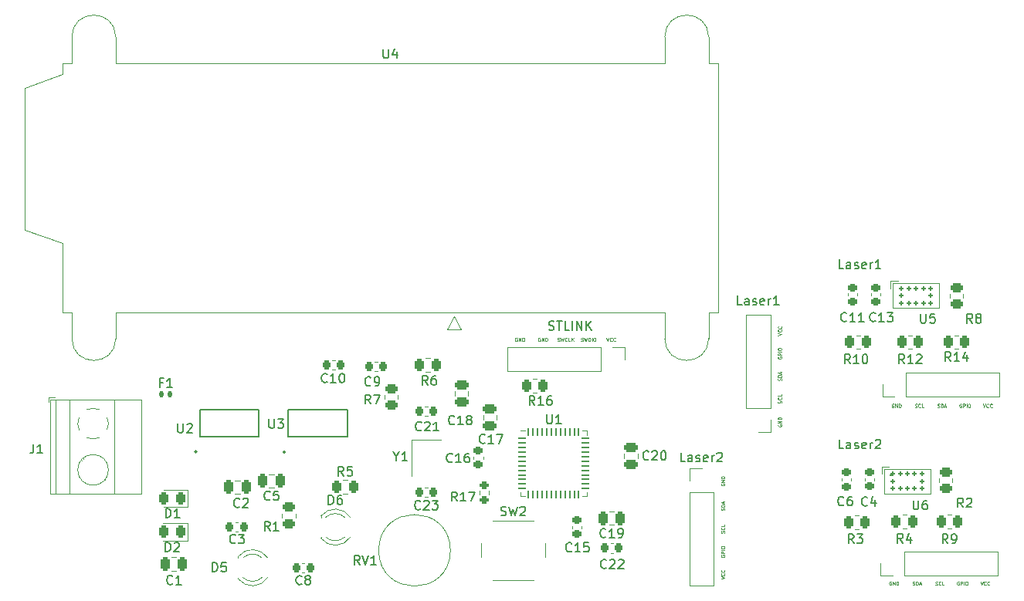
<source format=gto>
G04 #@! TF.GenerationSoftware,KiCad,Pcbnew,(6.0.1)*
G04 #@! TF.CreationDate,2023-06-26T12:25:45-03:00*
G04 #@! TF.ProjectId,SRR-SCHEMATIC,5352522d-5343-4484-954d-415449432e6b,rev?*
G04 #@! TF.SameCoordinates,Original*
G04 #@! TF.FileFunction,Legend,Top*
G04 #@! TF.FilePolarity,Positive*
%FSLAX46Y46*%
G04 Gerber Fmt 4.6, Leading zero omitted, Abs format (unit mm)*
G04 Created by KiCad (PCBNEW (6.0.1)) date 2023-06-26 12:25:45*
%MOMM*%
%LPD*%
G01*
G04 APERTURE LIST*
G04 Aperture macros list*
%AMRoundRect*
0 Rectangle with rounded corners*
0 $1 Rounding radius*
0 $2 $3 $4 $5 $6 $7 $8 $9 X,Y pos of 4 corners*
0 Add a 4 corners polygon primitive as box body*
4,1,4,$2,$3,$4,$5,$6,$7,$8,$9,$2,$3,0*
0 Add four circle primitives for the rounded corners*
1,1,$1+$1,$2,$3*
1,1,$1+$1,$4,$5*
1,1,$1+$1,$6,$7*
1,1,$1+$1,$8,$9*
0 Add four rect primitives between the rounded corners*
20,1,$1+$1,$2,$3,$4,$5,0*
20,1,$1+$1,$4,$5,$6,$7,0*
20,1,$1+$1,$6,$7,$8,$9,0*
20,1,$1+$1,$8,$9,$2,$3,0*%
G04 Aperture macros list end*
%ADD10C,0.076200*%
%ADD11C,0.150000*%
%ADD12C,0.120000*%
%ADD13C,0.203200*%
%ADD14C,0.127000*%
%ADD15RoundRect,0.250000X0.262500X0.450000X-0.262500X0.450000X-0.262500X-0.450000X0.262500X-0.450000X0*%
%ADD16R,1.700000X1.700000*%
%ADD17O,1.700000X1.700000*%
%ADD18C,2.200000*%
%ADD19R,2.600000X2.600000*%
%ADD20C,2.600000*%
%ADD21RoundRect,0.225000X-0.250000X0.225000X-0.250000X-0.225000X0.250000X-0.225000X0.250000X0.225000X0*%
%ADD22RoundRect,0.062500X-0.375000X-0.062500X0.375000X-0.062500X0.375000X0.062500X-0.375000X0.062500X0*%
%ADD23RoundRect,0.062500X-0.062500X-0.375000X0.062500X-0.375000X0.062500X0.375000X-0.062500X0.375000X0*%
%ADD24R,5.600000X5.600000*%
%ADD25RoundRect,0.225000X0.250000X-0.225000X0.250000X0.225000X-0.250000X0.225000X-0.250000X-0.225000X0*%
%ADD26RoundRect,0.225000X0.225000X0.250000X-0.225000X0.250000X-0.225000X-0.250000X0.225000X-0.250000X0*%
%ADD27RoundRect,0.250000X0.250000X0.475000X-0.250000X0.475000X-0.250000X-0.475000X0.250000X-0.475000X0*%
%ADD28RoundRect,0.250000X-0.250000X-0.475000X0.250000X-0.475000X0.250000X0.475000X-0.250000X0.475000X0*%
%ADD29RoundRect,0.125000X-0.125000X-0.125000X0.125000X-0.125000X0.125000X0.125000X-0.125000X0.125000X0*%
%ADD30RoundRect,0.062500X-0.127500X-0.062500X0.127500X-0.062500X0.127500X0.062500X-0.127500X0.062500X0*%
%ADD31C,2.500000*%
%ADD32R,1.600000X1.600000*%
%ADD33C,1.600000*%
%ADD34O,1.800000X3.400000*%
%ADD35RoundRect,0.243750X0.243750X0.456250X-0.243750X0.456250X-0.243750X-0.456250X0.243750X-0.456250X0*%
%ADD36R,1.800000X1.800000*%
%ADD37C,1.800000*%
%ADD38C,3.200000*%
%ADD39RoundRect,0.250000X-0.262500X-0.450000X0.262500X-0.450000X0.262500X0.450000X-0.262500X0.450000X0*%
%ADD40C,2.000000*%
%ADD41RoundRect,0.250000X0.450000X-0.262500X0.450000X0.262500X-0.450000X0.262500X-0.450000X-0.262500X0*%
%ADD42RoundRect,0.250000X0.475000X-0.250000X0.475000X0.250000X-0.475000X0.250000X-0.475000X-0.250000X0*%
%ADD43RoundRect,0.225000X-0.225000X-0.250000X0.225000X-0.250000X0.225000X0.250000X-0.225000X0.250000X0*%
%ADD44RoundRect,0.147500X-0.147500X-0.172500X0.147500X-0.172500X0.147500X0.172500X-0.147500X0.172500X0*%
%ADD45RoundRect,0.200000X0.275000X-0.200000X0.275000X0.200000X-0.275000X0.200000X-0.275000X-0.200000X0*%
%ADD46R,1.200000X1.400000*%
%ADD47R,1.000000X2.150000*%
%ADD48R,3.250000X2.150000*%
%ADD49RoundRect,0.250000X-0.450000X0.262500X-0.450000X-0.262500X0.450000X-0.262500X0.450000X0.262500X0*%
%ADD50C,1.750000*%
%ADD51RoundRect,0.250000X-0.475000X0.250000X-0.475000X-0.250000X0.475000X-0.250000X0.475000X0.250000X0*%
G04 APERTURE END LIST*
D10*
X159184706Y-71309500D02*
X159148420Y-71291357D01*
X159093992Y-71291357D01*
X159039563Y-71309500D01*
X159003277Y-71345785D01*
X158985134Y-71382071D01*
X158966992Y-71454642D01*
X158966992Y-71509071D01*
X158985134Y-71581642D01*
X159003277Y-71617928D01*
X159039563Y-71654214D01*
X159093992Y-71672357D01*
X159130277Y-71672357D01*
X159184706Y-71654214D01*
X159202849Y-71636071D01*
X159202849Y-71509071D01*
X159130277Y-71509071D01*
X159366134Y-71672357D02*
X159366134Y-71291357D01*
X159583849Y-71672357D01*
X159583849Y-71291357D01*
X159765277Y-71672357D02*
X159765277Y-71291357D01*
X159855992Y-71291357D01*
X159910420Y-71309500D01*
X159946706Y-71345785D01*
X159964849Y-71382071D01*
X159982992Y-71454642D01*
X159982992Y-71509071D01*
X159964849Y-71581642D01*
X159946706Y-71617928D01*
X159910420Y-71654214D01*
X159855992Y-71672357D01*
X159765277Y-71672357D01*
X210266999Y-78541366D02*
X210393999Y-78922366D01*
X210520999Y-78541366D01*
X210865713Y-78886080D02*
X210847570Y-78904223D01*
X210793141Y-78922366D01*
X210756856Y-78922366D01*
X210702427Y-78904223D01*
X210666141Y-78867937D01*
X210647999Y-78831651D01*
X210629856Y-78759080D01*
X210629856Y-78704651D01*
X210647999Y-78632080D01*
X210666141Y-78595794D01*
X210702427Y-78559509D01*
X210756856Y-78541366D01*
X210793141Y-78541366D01*
X210847570Y-78559509D01*
X210865713Y-78577651D01*
X211246713Y-78886080D02*
X211228570Y-78904223D01*
X211174141Y-78922366D01*
X211137856Y-78922366D01*
X211083427Y-78904223D01*
X211047141Y-78867937D01*
X211028999Y-78831651D01*
X211010856Y-78759080D01*
X211010856Y-78704651D01*
X211028999Y-78632080D01*
X211047141Y-78595794D01*
X211083427Y-78559509D01*
X211137856Y-78541366D01*
X211174141Y-78541366D01*
X211228570Y-78559509D01*
X211246713Y-78577651D01*
X209991992Y-98041361D02*
X210118992Y-98422361D01*
X210245992Y-98041361D01*
X210590706Y-98386075D02*
X210572563Y-98404218D01*
X210518134Y-98422361D01*
X210481849Y-98422361D01*
X210427420Y-98404218D01*
X210391134Y-98367932D01*
X210372992Y-98331646D01*
X210354849Y-98259075D01*
X210354849Y-98204646D01*
X210372992Y-98132075D01*
X210391134Y-98095789D01*
X210427420Y-98059504D01*
X210481849Y-98041361D01*
X210518134Y-98041361D01*
X210572563Y-98059504D01*
X210590706Y-98077646D01*
X210971706Y-98386075D02*
X210953563Y-98404218D01*
X210899134Y-98422361D01*
X210862849Y-98422361D01*
X210808420Y-98404218D01*
X210772134Y-98367932D01*
X210753992Y-98331646D01*
X210735849Y-98259075D01*
X210735849Y-98204646D01*
X210753992Y-98132075D01*
X210772134Y-98095789D01*
X210808420Y-98059504D01*
X210862849Y-98041361D01*
X210899134Y-98041361D01*
X210953563Y-98059504D01*
X210971706Y-98077646D01*
X181541361Y-97758000D02*
X181922361Y-97631000D01*
X181541361Y-97504000D01*
X181886075Y-97159285D02*
X181904218Y-97177428D01*
X181922361Y-97231857D01*
X181922361Y-97268142D01*
X181904218Y-97322571D01*
X181867932Y-97358857D01*
X181831646Y-97377000D01*
X181759075Y-97395142D01*
X181704646Y-97395142D01*
X181632075Y-97377000D01*
X181595789Y-97358857D01*
X181559504Y-97322571D01*
X181541361Y-97268142D01*
X181541361Y-97231857D01*
X181559504Y-97177428D01*
X181577646Y-97159285D01*
X181886075Y-96778285D02*
X181904218Y-96796428D01*
X181922361Y-96850857D01*
X181922361Y-96887142D01*
X181904218Y-96941571D01*
X181867932Y-96977857D01*
X181831646Y-96996000D01*
X181759075Y-97014142D01*
X181704646Y-97014142D01*
X181632075Y-96996000D01*
X181595789Y-96977857D01*
X181559504Y-96941571D01*
X181541361Y-96887142D01*
X181541361Y-96850857D01*
X181559504Y-96796428D01*
X181577646Y-96778285D01*
X205046428Y-98404214D02*
X205100857Y-98422357D01*
X205191571Y-98422357D01*
X205227857Y-98404214D01*
X205246000Y-98386071D01*
X205264142Y-98349785D01*
X205264142Y-98313500D01*
X205246000Y-98277214D01*
X205227857Y-98259071D01*
X205191571Y-98240928D01*
X205119000Y-98222785D01*
X205082714Y-98204642D01*
X205064571Y-98186500D01*
X205046428Y-98150214D01*
X205046428Y-98113928D01*
X205064571Y-98077642D01*
X205082714Y-98059500D01*
X205119000Y-98041357D01*
X205209714Y-98041357D01*
X205264142Y-98059500D01*
X205645142Y-98386071D02*
X205627000Y-98404214D01*
X205572571Y-98422357D01*
X205536285Y-98422357D01*
X205481857Y-98404214D01*
X205445571Y-98367928D01*
X205427428Y-98331642D01*
X205409285Y-98259071D01*
X205409285Y-98204642D01*
X205427428Y-98132071D01*
X205445571Y-98095785D01*
X205481857Y-98059500D01*
X205536285Y-98041357D01*
X205572571Y-98041357D01*
X205627000Y-98059500D01*
X205645142Y-98077642D01*
X205989857Y-98422357D02*
X205808428Y-98422357D01*
X205808428Y-98041357D01*
X168991991Y-71291366D02*
X169118991Y-71672366D01*
X169245991Y-71291366D01*
X169590705Y-71636080D02*
X169572562Y-71654223D01*
X169518133Y-71672366D01*
X169481848Y-71672366D01*
X169427419Y-71654223D01*
X169391133Y-71617937D01*
X169372991Y-71581651D01*
X169354848Y-71509080D01*
X169354848Y-71454651D01*
X169372991Y-71382080D01*
X169391133Y-71345794D01*
X169427419Y-71309509D01*
X169481848Y-71291366D01*
X169518133Y-71291366D01*
X169572562Y-71309509D01*
X169590705Y-71327651D01*
X169971705Y-71636080D02*
X169953562Y-71654223D01*
X169899133Y-71672366D01*
X169862848Y-71672366D01*
X169808419Y-71654223D01*
X169772133Y-71617937D01*
X169753991Y-71581651D01*
X169735848Y-71509080D01*
X169735848Y-71454651D01*
X169753991Y-71382080D01*
X169772133Y-71345794D01*
X169808419Y-71309509D01*
X169862848Y-71291366D01*
X169899133Y-71291366D01*
X169953562Y-71309509D01*
X169971705Y-71327651D01*
X188154219Y-75962643D02*
X188172362Y-75908215D01*
X188172362Y-75817501D01*
X188154219Y-75781215D01*
X188136076Y-75763072D01*
X188099790Y-75744929D01*
X188063505Y-75744929D01*
X188027219Y-75763072D01*
X188009076Y-75781215D01*
X187990933Y-75817501D01*
X187972790Y-75890072D01*
X187954647Y-75926358D01*
X187936505Y-75944501D01*
X187900219Y-75962643D01*
X187863933Y-75962643D01*
X187827647Y-75944501D01*
X187809505Y-75926358D01*
X187791362Y-75890072D01*
X187791362Y-75799358D01*
X187809505Y-75744929D01*
X188172362Y-75581643D02*
X187791362Y-75581643D01*
X187791362Y-75490929D01*
X187809505Y-75436501D01*
X187845790Y-75400215D01*
X187882076Y-75382072D01*
X187954647Y-75363929D01*
X188009076Y-75363929D01*
X188081647Y-75382072D01*
X188117933Y-75400215D01*
X188154219Y-75436501D01*
X188172362Y-75490929D01*
X188172362Y-75581643D01*
X188063505Y-75218786D02*
X188063505Y-75037358D01*
X188172362Y-75255072D02*
X187791362Y-75128072D01*
X188172362Y-75001072D01*
X161709714Y-71309500D02*
X161673428Y-71291357D01*
X161619000Y-71291357D01*
X161564571Y-71309500D01*
X161528285Y-71345785D01*
X161510142Y-71382071D01*
X161492000Y-71454642D01*
X161492000Y-71509071D01*
X161510142Y-71581642D01*
X161528285Y-71617928D01*
X161564571Y-71654214D01*
X161619000Y-71672357D01*
X161655285Y-71672357D01*
X161709714Y-71654214D01*
X161727857Y-71636071D01*
X161727857Y-71509071D01*
X161655285Y-71509071D01*
X161891142Y-71672357D02*
X161891142Y-71291357D01*
X162108857Y-71672357D01*
X162108857Y-71291357D01*
X162290285Y-71672357D02*
X162290285Y-71291357D01*
X162381000Y-71291357D01*
X162435428Y-71309500D01*
X162471714Y-71345785D01*
X162489857Y-71382071D01*
X162508000Y-71454642D01*
X162508000Y-71509071D01*
X162489857Y-71581642D01*
X162471714Y-71617928D01*
X162435428Y-71654214D01*
X162381000Y-71672357D01*
X162290285Y-71672357D01*
X202796428Y-78904219D02*
X202850857Y-78922362D01*
X202941571Y-78922362D01*
X202977857Y-78904219D01*
X202996000Y-78886076D01*
X203014142Y-78849790D01*
X203014142Y-78813505D01*
X202996000Y-78777219D01*
X202977857Y-78759076D01*
X202941571Y-78740933D01*
X202869000Y-78722790D01*
X202832714Y-78704647D01*
X202814571Y-78686505D01*
X202796428Y-78650219D01*
X202796428Y-78613933D01*
X202814571Y-78577647D01*
X202832714Y-78559505D01*
X202869000Y-78541362D01*
X202959714Y-78541362D01*
X203014142Y-78559505D01*
X203395142Y-78886076D02*
X203377000Y-78904219D01*
X203322571Y-78922362D01*
X203286285Y-78922362D01*
X203231857Y-78904219D01*
X203195571Y-78867933D01*
X203177428Y-78831647D01*
X203159285Y-78759076D01*
X203159285Y-78704647D01*
X203177428Y-78632076D01*
X203195571Y-78595790D01*
X203231857Y-78559505D01*
X203286285Y-78541362D01*
X203322571Y-78541362D01*
X203377000Y-78559505D01*
X203395142Y-78577647D01*
X203739857Y-78922362D02*
X203558428Y-78922362D01*
X203558428Y-78541362D01*
X202537357Y-98404214D02*
X202591785Y-98422357D01*
X202682500Y-98422357D01*
X202718785Y-98404214D01*
X202736928Y-98386071D01*
X202755071Y-98349785D01*
X202755071Y-98313500D01*
X202736928Y-98277214D01*
X202718785Y-98259071D01*
X202682500Y-98240928D01*
X202609928Y-98222785D01*
X202573642Y-98204642D01*
X202555500Y-98186500D01*
X202537357Y-98150214D01*
X202537357Y-98113928D01*
X202555500Y-98077642D01*
X202573642Y-98059500D01*
X202609928Y-98041357D01*
X202700642Y-98041357D01*
X202755071Y-98059500D01*
X202918357Y-98422357D02*
X202918357Y-98041357D01*
X203009071Y-98041357D01*
X203063500Y-98059500D01*
X203099785Y-98095785D01*
X203117928Y-98132071D01*
X203136071Y-98204642D01*
X203136071Y-98259071D01*
X203117928Y-98331642D01*
X203099785Y-98367928D01*
X203063500Y-98404214D01*
X203009071Y-98422357D01*
X202918357Y-98422357D01*
X203281214Y-98313500D02*
X203462642Y-98313500D01*
X203244928Y-98422357D02*
X203371928Y-98041357D01*
X203498928Y-98422357D01*
X163638215Y-71654223D02*
X163692643Y-71672366D01*
X163783358Y-71672366D01*
X163819643Y-71654223D01*
X163837786Y-71636080D01*
X163855929Y-71599794D01*
X163855929Y-71563509D01*
X163837786Y-71527223D01*
X163819643Y-71509080D01*
X163783358Y-71490937D01*
X163710786Y-71472794D01*
X163674501Y-71454651D01*
X163656358Y-71436509D01*
X163638215Y-71400223D01*
X163638215Y-71363937D01*
X163656358Y-71327651D01*
X163674501Y-71309509D01*
X163710786Y-71291366D01*
X163801501Y-71291366D01*
X163855929Y-71309509D01*
X163982929Y-71291366D02*
X164073643Y-71672366D01*
X164146215Y-71400223D01*
X164218786Y-71672366D01*
X164309501Y-71291366D01*
X164672358Y-71636080D02*
X164654215Y-71654223D01*
X164599786Y-71672366D01*
X164563501Y-71672366D01*
X164509072Y-71654223D01*
X164472786Y-71617937D01*
X164454643Y-71581651D01*
X164436501Y-71509080D01*
X164436501Y-71454651D01*
X164454643Y-71382080D01*
X164472786Y-71345794D01*
X164509072Y-71309509D01*
X164563501Y-71291366D01*
X164599786Y-71291366D01*
X164654215Y-71309509D01*
X164672358Y-71327651D01*
X165017072Y-71672366D02*
X164835643Y-71672366D01*
X164835643Y-71291366D01*
X165144072Y-71672366D02*
X165144072Y-71291366D01*
X165361786Y-71672366D02*
X165198501Y-71454651D01*
X165361786Y-71291366D02*
X165144072Y-71509080D01*
X207618995Y-98059500D02*
X207582709Y-98041357D01*
X207528280Y-98041357D01*
X207473852Y-98059500D01*
X207437566Y-98095785D01*
X207419423Y-98132071D01*
X207401280Y-98204642D01*
X207401280Y-98259071D01*
X207419423Y-98331642D01*
X207437566Y-98367928D01*
X207473852Y-98404214D01*
X207528280Y-98422357D01*
X207564566Y-98422357D01*
X207618995Y-98404214D01*
X207637137Y-98386071D01*
X207637137Y-98259071D01*
X207564566Y-98259071D01*
X207800423Y-98422357D02*
X207800423Y-98041357D01*
X207945566Y-98041357D01*
X207981852Y-98059500D01*
X207999995Y-98077642D01*
X208018137Y-98113928D01*
X208018137Y-98168357D01*
X207999995Y-98204642D01*
X207981852Y-98222785D01*
X207945566Y-98240928D01*
X207800423Y-98240928D01*
X208181423Y-98422357D02*
X208181423Y-98041357D01*
X208435423Y-98041357D02*
X208507995Y-98041357D01*
X208544280Y-98059500D01*
X208580566Y-98095785D01*
X208598709Y-98168357D01*
X208598709Y-98295357D01*
X208580566Y-98367928D01*
X208544280Y-98404214D01*
X208507995Y-98422357D01*
X208435423Y-98422357D01*
X208399137Y-98404214D01*
X208362852Y-98367928D01*
X208344709Y-98295357D01*
X208344709Y-98168357D01*
X208362852Y-98095785D01*
X208399137Y-98059500D01*
X208435423Y-98041357D01*
X187809505Y-73381006D02*
X187791362Y-73417291D01*
X187791362Y-73471720D01*
X187809505Y-73526148D01*
X187845790Y-73562434D01*
X187882076Y-73580577D01*
X187954647Y-73598720D01*
X188009076Y-73598720D01*
X188081647Y-73580577D01*
X188117933Y-73562434D01*
X188154219Y-73526148D01*
X188172362Y-73471720D01*
X188172362Y-73435434D01*
X188154219Y-73381006D01*
X188136076Y-73362863D01*
X188009076Y-73362863D01*
X188009076Y-73435434D01*
X188172362Y-73199577D02*
X187791362Y-73199577D01*
X187791362Y-73054434D01*
X187809505Y-73018148D01*
X187827647Y-73000006D01*
X187863933Y-72981863D01*
X187918362Y-72981863D01*
X187954647Y-73000006D01*
X187972790Y-73018148D01*
X187990933Y-73054434D01*
X187990933Y-73199577D01*
X188172362Y-72818577D02*
X187791362Y-72818577D01*
X187791362Y-72564577D02*
X187791362Y-72492006D01*
X187809505Y-72455720D01*
X187845790Y-72419434D01*
X187918362Y-72401291D01*
X188045362Y-72401291D01*
X188117933Y-72419434D01*
X188154219Y-72455720D01*
X188172362Y-72492006D01*
X188172362Y-72564577D01*
X188154219Y-72600863D01*
X188117933Y-72637148D01*
X188045362Y-72655291D01*
X187918362Y-72655291D01*
X187845790Y-72637148D01*
X187809505Y-72600863D01*
X187791362Y-72564577D01*
X200459714Y-78559500D02*
X200423428Y-78541357D01*
X200369000Y-78541357D01*
X200314571Y-78559500D01*
X200278285Y-78595785D01*
X200260142Y-78632071D01*
X200242000Y-78704642D01*
X200242000Y-78759071D01*
X200260142Y-78831642D01*
X200278285Y-78867928D01*
X200314571Y-78904214D01*
X200369000Y-78922357D01*
X200405285Y-78922357D01*
X200459714Y-78904214D01*
X200477857Y-78886071D01*
X200477857Y-78759071D01*
X200405285Y-78759071D01*
X200641142Y-78922357D02*
X200641142Y-78541357D01*
X200858857Y-78922357D01*
X200858857Y-78541357D01*
X201040285Y-78922357D02*
X201040285Y-78541357D01*
X201131000Y-78541357D01*
X201185428Y-78559500D01*
X201221714Y-78595785D01*
X201239857Y-78632071D01*
X201258000Y-78704642D01*
X201258000Y-78759071D01*
X201239857Y-78831642D01*
X201221714Y-78867928D01*
X201185428Y-78904214D01*
X201131000Y-78922357D01*
X201040285Y-78922357D01*
X205287357Y-78904214D02*
X205341785Y-78922357D01*
X205432500Y-78922357D01*
X205468785Y-78904214D01*
X205486928Y-78886071D01*
X205505071Y-78849785D01*
X205505071Y-78813500D01*
X205486928Y-78777214D01*
X205468785Y-78759071D01*
X205432500Y-78740928D01*
X205359928Y-78722785D01*
X205323642Y-78704642D01*
X205305500Y-78686500D01*
X205287357Y-78650214D01*
X205287357Y-78613928D01*
X205305500Y-78577642D01*
X205323642Y-78559500D01*
X205359928Y-78541357D01*
X205450642Y-78541357D01*
X205505071Y-78559500D01*
X205668357Y-78922357D02*
X205668357Y-78541357D01*
X205759071Y-78541357D01*
X205813500Y-78559500D01*
X205849785Y-78595785D01*
X205867928Y-78632071D01*
X205886071Y-78704642D01*
X205886071Y-78759071D01*
X205867928Y-78831642D01*
X205849785Y-78867928D01*
X205813500Y-78904214D01*
X205759071Y-78922357D01*
X205668357Y-78922357D01*
X206031214Y-78813500D02*
X206212642Y-78813500D01*
X205994928Y-78922357D02*
X206121928Y-78541357D01*
X206248928Y-78922357D01*
X200184707Y-98059495D02*
X200148421Y-98041352D01*
X200093993Y-98041352D01*
X200039564Y-98059495D01*
X200003278Y-98095780D01*
X199985135Y-98132066D01*
X199966993Y-98204637D01*
X199966993Y-98259066D01*
X199985135Y-98331637D01*
X200003278Y-98367923D01*
X200039564Y-98404209D01*
X200093993Y-98422352D01*
X200130278Y-98422352D01*
X200184707Y-98404209D01*
X200202850Y-98386066D01*
X200202850Y-98259066D01*
X200130278Y-98259066D01*
X200366135Y-98422352D02*
X200366135Y-98041352D01*
X200583850Y-98422352D01*
X200583850Y-98041352D01*
X200765278Y-98422352D02*
X200765278Y-98041352D01*
X200855993Y-98041352D01*
X200910421Y-98059495D01*
X200946707Y-98095780D01*
X200964850Y-98132066D01*
X200982993Y-98204637D01*
X200982993Y-98259066D01*
X200964850Y-98331637D01*
X200946707Y-98367923D01*
X200910421Y-98404209D01*
X200855993Y-98422352D01*
X200765278Y-98422352D01*
X181559500Y-87290285D02*
X181541357Y-87326571D01*
X181541357Y-87381000D01*
X181559500Y-87435428D01*
X181595785Y-87471714D01*
X181632071Y-87489857D01*
X181704642Y-87508000D01*
X181759071Y-87508000D01*
X181831642Y-87489857D01*
X181867928Y-87471714D01*
X181904214Y-87435428D01*
X181922357Y-87381000D01*
X181922357Y-87344714D01*
X181904214Y-87290285D01*
X181886071Y-87272142D01*
X181759071Y-87272142D01*
X181759071Y-87344714D01*
X181922357Y-87108857D02*
X181541357Y-87108857D01*
X181922357Y-86891142D01*
X181541357Y-86891142D01*
X181922357Y-86709714D02*
X181541357Y-86709714D01*
X181541357Y-86619000D01*
X181559500Y-86564571D01*
X181595785Y-86528285D01*
X181632071Y-86510142D01*
X181704642Y-86492000D01*
X181759071Y-86492000D01*
X181831642Y-86510142D01*
X181867928Y-86528285D01*
X181904214Y-86564571D01*
X181922357Y-86619000D01*
X181922357Y-86709714D01*
X181904219Y-92703577D02*
X181922362Y-92649148D01*
X181922362Y-92558434D01*
X181904219Y-92522148D01*
X181886076Y-92504006D01*
X181849790Y-92485863D01*
X181813505Y-92485863D01*
X181777219Y-92504006D01*
X181759076Y-92522148D01*
X181740933Y-92558434D01*
X181722790Y-92631006D01*
X181704647Y-92667291D01*
X181686505Y-92685434D01*
X181650219Y-92703577D01*
X181613933Y-92703577D01*
X181577647Y-92685434D01*
X181559505Y-92667291D01*
X181541362Y-92631006D01*
X181541362Y-92540291D01*
X181559505Y-92485863D01*
X181886076Y-92104863D02*
X181904219Y-92123006D01*
X181922362Y-92177434D01*
X181922362Y-92213720D01*
X181904219Y-92268148D01*
X181867933Y-92304434D01*
X181831647Y-92322577D01*
X181759076Y-92340720D01*
X181704647Y-92340720D01*
X181632076Y-92322577D01*
X181595790Y-92304434D01*
X181559505Y-92268148D01*
X181541362Y-92213720D01*
X181541362Y-92177434D01*
X181559505Y-92123006D01*
X181577647Y-92104863D01*
X181922362Y-91760148D02*
X181922362Y-91941577D01*
X181541362Y-91941577D01*
X181559505Y-95131001D02*
X181541362Y-95167286D01*
X181541362Y-95221715D01*
X181559505Y-95276143D01*
X181595790Y-95312429D01*
X181632076Y-95330572D01*
X181704647Y-95348715D01*
X181759076Y-95348715D01*
X181831647Y-95330572D01*
X181867933Y-95312429D01*
X181904219Y-95276143D01*
X181922362Y-95221715D01*
X181922362Y-95185429D01*
X181904219Y-95131001D01*
X181886076Y-95112858D01*
X181759076Y-95112858D01*
X181759076Y-95185429D01*
X181922362Y-94949572D02*
X181541362Y-94949572D01*
X181541362Y-94804429D01*
X181559505Y-94768143D01*
X181577647Y-94750001D01*
X181613933Y-94731858D01*
X181668362Y-94731858D01*
X181704647Y-94750001D01*
X181722790Y-94768143D01*
X181740933Y-94804429D01*
X181740933Y-94949572D01*
X181922362Y-94568572D02*
X181541362Y-94568572D01*
X181541362Y-94314572D02*
X181541362Y-94242001D01*
X181559505Y-94205715D01*
X181595790Y-94169429D01*
X181668362Y-94151286D01*
X181795362Y-94151286D01*
X181867933Y-94169429D01*
X181904219Y-94205715D01*
X181922362Y-94242001D01*
X181922362Y-94314572D01*
X181904219Y-94350858D01*
X181867933Y-94387143D01*
X181795362Y-94405286D01*
X181668362Y-94405286D01*
X181595790Y-94387143D01*
X181559505Y-94350858D01*
X181541362Y-94314572D01*
X188154219Y-78453567D02*
X188172362Y-78399138D01*
X188172362Y-78308424D01*
X188154219Y-78272138D01*
X188136076Y-78253996D01*
X188099790Y-78235853D01*
X188063505Y-78235853D01*
X188027219Y-78253996D01*
X188009076Y-78272138D01*
X187990933Y-78308424D01*
X187972790Y-78380996D01*
X187954647Y-78417281D01*
X187936505Y-78435424D01*
X187900219Y-78453567D01*
X187863933Y-78453567D01*
X187827647Y-78435424D01*
X187809505Y-78417281D01*
X187791362Y-78380996D01*
X187791362Y-78290281D01*
X187809505Y-78235853D01*
X188136076Y-77854853D02*
X188154219Y-77872996D01*
X188172362Y-77927424D01*
X188172362Y-77963710D01*
X188154219Y-78018138D01*
X188117933Y-78054424D01*
X188081647Y-78072567D01*
X188009076Y-78090710D01*
X187954647Y-78090710D01*
X187882076Y-78072567D01*
X187845790Y-78054424D01*
X187809505Y-78018138D01*
X187791362Y-77963710D01*
X187791362Y-77927424D01*
X187809505Y-77872996D01*
X187827647Y-77854853D01*
X188172362Y-77510138D02*
X188172362Y-77691567D01*
X187791362Y-77691567D01*
X166192638Y-71654223D02*
X166247067Y-71672366D01*
X166337781Y-71672366D01*
X166374067Y-71654223D01*
X166392210Y-71636080D01*
X166410353Y-71599794D01*
X166410353Y-71563509D01*
X166392210Y-71527223D01*
X166374067Y-71509080D01*
X166337781Y-71490937D01*
X166265210Y-71472794D01*
X166228924Y-71454651D01*
X166210781Y-71436509D01*
X166192638Y-71400223D01*
X166192638Y-71363937D01*
X166210781Y-71327651D01*
X166228924Y-71309509D01*
X166265210Y-71291366D01*
X166355924Y-71291366D01*
X166410353Y-71309509D01*
X166537353Y-71291366D02*
X166628067Y-71672366D01*
X166700638Y-71400223D01*
X166773210Y-71672366D01*
X166863924Y-71291366D01*
X167009067Y-71672366D02*
X167009067Y-71291366D01*
X167099781Y-71291366D01*
X167154210Y-71309509D01*
X167190496Y-71345794D01*
X167208638Y-71382080D01*
X167226781Y-71454651D01*
X167226781Y-71509080D01*
X167208638Y-71581651D01*
X167190496Y-71617937D01*
X167154210Y-71654223D01*
X167099781Y-71672366D01*
X167009067Y-71672366D01*
X167390067Y-71672366D02*
X167390067Y-71291366D01*
X167644067Y-71291366D02*
X167716638Y-71291366D01*
X167752924Y-71309509D01*
X167789210Y-71345794D01*
X167807353Y-71418366D01*
X167807353Y-71545366D01*
X167789210Y-71617937D01*
X167752924Y-71654223D01*
X167716638Y-71672366D01*
X167644067Y-71672366D01*
X167607781Y-71654223D01*
X167571496Y-71617937D01*
X167553353Y-71545366D01*
X167553353Y-71418366D01*
X167571496Y-71345794D01*
X167607781Y-71309509D01*
X167644067Y-71291366D01*
X187809500Y-80815293D02*
X187791357Y-80851579D01*
X187791357Y-80906008D01*
X187809500Y-80960436D01*
X187845785Y-80996722D01*
X187882071Y-81014865D01*
X187954642Y-81033008D01*
X188009071Y-81033008D01*
X188081642Y-81014865D01*
X188117928Y-80996722D01*
X188154214Y-80960436D01*
X188172357Y-80906008D01*
X188172357Y-80869722D01*
X188154214Y-80815293D01*
X188136071Y-80797150D01*
X188009071Y-80797150D01*
X188009071Y-80869722D01*
X188172357Y-80633865D02*
X187791357Y-80633865D01*
X188172357Y-80416150D01*
X187791357Y-80416150D01*
X188172357Y-80234722D02*
X187791357Y-80234722D01*
X187791357Y-80144008D01*
X187809500Y-80089579D01*
X187845785Y-80053293D01*
X187882071Y-80035150D01*
X187954642Y-80017008D01*
X188009071Y-80017008D01*
X188081642Y-80035150D01*
X188117928Y-80053293D01*
X188154214Y-80089579D01*
X188172357Y-80144008D01*
X188172357Y-80234722D01*
X181904219Y-90212653D02*
X181922362Y-90158225D01*
X181922362Y-90067511D01*
X181904219Y-90031225D01*
X181886076Y-90013082D01*
X181849790Y-89994939D01*
X181813505Y-89994939D01*
X181777219Y-90013082D01*
X181759076Y-90031225D01*
X181740933Y-90067511D01*
X181722790Y-90140082D01*
X181704647Y-90176368D01*
X181686505Y-90194511D01*
X181650219Y-90212653D01*
X181613933Y-90212653D01*
X181577647Y-90194511D01*
X181559505Y-90176368D01*
X181541362Y-90140082D01*
X181541362Y-90049368D01*
X181559505Y-89994939D01*
X181922362Y-89831653D02*
X181541362Y-89831653D01*
X181541362Y-89740939D01*
X181559505Y-89686511D01*
X181595790Y-89650225D01*
X181632076Y-89632082D01*
X181704647Y-89613939D01*
X181759076Y-89613939D01*
X181831647Y-89632082D01*
X181867933Y-89650225D01*
X181904219Y-89686511D01*
X181922362Y-89740939D01*
X181922362Y-89831653D01*
X181813505Y-89468796D02*
X181813505Y-89287368D01*
X181922362Y-89505082D02*
X181541362Y-89378082D01*
X181922362Y-89251082D01*
X207894002Y-78559505D02*
X207857716Y-78541362D01*
X207803287Y-78541362D01*
X207748859Y-78559505D01*
X207712573Y-78595790D01*
X207694430Y-78632076D01*
X207676287Y-78704647D01*
X207676287Y-78759076D01*
X207694430Y-78831647D01*
X207712573Y-78867933D01*
X207748859Y-78904219D01*
X207803287Y-78922362D01*
X207839573Y-78922362D01*
X207894002Y-78904219D01*
X207912144Y-78886076D01*
X207912144Y-78759076D01*
X207839573Y-78759076D01*
X208075430Y-78922362D02*
X208075430Y-78541362D01*
X208220573Y-78541362D01*
X208256859Y-78559505D01*
X208275002Y-78577647D01*
X208293144Y-78613933D01*
X208293144Y-78668362D01*
X208275002Y-78704647D01*
X208256859Y-78722790D01*
X208220573Y-78740933D01*
X208075430Y-78740933D01*
X208456430Y-78922362D02*
X208456430Y-78541362D01*
X208710430Y-78541362D02*
X208783002Y-78541362D01*
X208819287Y-78559505D01*
X208855573Y-78595790D01*
X208873716Y-78668362D01*
X208873716Y-78795362D01*
X208855573Y-78867933D01*
X208819287Y-78904219D01*
X208783002Y-78922362D01*
X208710430Y-78922362D01*
X208674144Y-78904219D01*
X208637859Y-78867933D01*
X208619716Y-78795362D01*
X208619716Y-78668362D01*
X208637859Y-78595790D01*
X208674144Y-78559505D01*
X208710430Y-78541362D01*
X187791366Y-71008009D02*
X188172366Y-70881009D01*
X187791366Y-70754009D01*
X188136080Y-70409294D02*
X188154223Y-70427437D01*
X188172366Y-70481866D01*
X188172366Y-70518151D01*
X188154223Y-70572580D01*
X188117937Y-70608866D01*
X188081651Y-70627009D01*
X188009080Y-70645151D01*
X187954651Y-70645151D01*
X187882080Y-70627009D01*
X187845794Y-70608866D01*
X187809509Y-70572580D01*
X187791366Y-70518151D01*
X187791366Y-70481866D01*
X187809509Y-70427437D01*
X187827651Y-70409294D01*
X188136080Y-70028294D02*
X188154223Y-70046437D01*
X188172366Y-70100866D01*
X188172366Y-70137151D01*
X188154223Y-70191580D01*
X188117937Y-70227866D01*
X188081651Y-70246009D01*
X188009080Y-70264151D01*
X187954651Y-70264151D01*
X187882080Y-70246009D01*
X187845794Y-70227866D01*
X187809509Y-70191580D01*
X187791366Y-70137151D01*
X187791366Y-70100866D01*
X187809509Y-70046437D01*
X187827651Y-70028294D01*
D11*
X161104342Y-78657980D02*
X160771009Y-78181790D01*
X160532914Y-78657980D02*
X160532914Y-77657980D01*
X160913866Y-77657980D01*
X161009104Y-77705600D01*
X161056723Y-77753219D01*
X161104342Y-77848457D01*
X161104342Y-77991314D01*
X161056723Y-78086552D01*
X161009104Y-78134171D01*
X160913866Y-78181790D01*
X160532914Y-78181790D01*
X162056723Y-78657980D02*
X161485295Y-78657980D01*
X161771009Y-78657980D02*
X161771009Y-77657980D01*
X161675771Y-77800838D01*
X161580533Y-77896076D01*
X161485295Y-77943695D01*
X162913866Y-77657980D02*
X162723390Y-77657980D01*
X162628152Y-77705600D01*
X162580533Y-77753219D01*
X162485295Y-77896076D01*
X162437676Y-78086552D01*
X162437676Y-78467504D01*
X162485295Y-78562742D01*
X162532914Y-78610361D01*
X162628152Y-78657980D01*
X162818628Y-78657980D01*
X162913866Y-78610361D01*
X162961485Y-78562742D01*
X163009104Y-78467504D01*
X163009104Y-78229409D01*
X162961485Y-78134171D01*
X162913866Y-78086552D01*
X162818628Y-78038933D01*
X162628152Y-78038933D01*
X162532914Y-78086552D01*
X162485295Y-78134171D01*
X162437676Y-78229409D01*
X194988095Y-83452380D02*
X194511904Y-83452380D01*
X194511904Y-82452380D01*
X195750000Y-83452380D02*
X195750000Y-82928571D01*
X195702380Y-82833333D01*
X195607142Y-82785714D01*
X195416666Y-82785714D01*
X195321428Y-82833333D01*
X195750000Y-83404761D02*
X195654761Y-83452380D01*
X195416666Y-83452380D01*
X195321428Y-83404761D01*
X195273809Y-83309523D01*
X195273809Y-83214285D01*
X195321428Y-83119047D01*
X195416666Y-83071428D01*
X195654761Y-83071428D01*
X195750000Y-83023809D01*
X196178571Y-83404761D02*
X196273809Y-83452380D01*
X196464285Y-83452380D01*
X196559523Y-83404761D01*
X196607142Y-83309523D01*
X196607142Y-83261904D01*
X196559523Y-83166666D01*
X196464285Y-83119047D01*
X196321428Y-83119047D01*
X196226190Y-83071428D01*
X196178571Y-82976190D01*
X196178571Y-82928571D01*
X196226190Y-82833333D01*
X196321428Y-82785714D01*
X196464285Y-82785714D01*
X196559523Y-82833333D01*
X197416666Y-83404761D02*
X197321428Y-83452380D01*
X197130952Y-83452380D01*
X197035714Y-83404761D01*
X196988095Y-83309523D01*
X196988095Y-82928571D01*
X197035714Y-82833333D01*
X197130952Y-82785714D01*
X197321428Y-82785714D01*
X197416666Y-82833333D01*
X197464285Y-82928571D01*
X197464285Y-83023809D01*
X196988095Y-83119047D01*
X197892857Y-83452380D02*
X197892857Y-82785714D01*
X197892857Y-82976190D02*
X197940476Y-82880952D01*
X197988095Y-82833333D01*
X198083333Y-82785714D01*
X198178571Y-82785714D01*
X198464285Y-82547619D02*
X198511904Y-82500000D01*
X198607142Y-82452380D01*
X198845238Y-82452380D01*
X198940476Y-82500000D01*
X198988095Y-82547619D01*
X199035714Y-82642857D01*
X199035714Y-82738095D01*
X198988095Y-82880952D01*
X198416666Y-83452380D01*
X199035714Y-83452380D01*
X106166666Y-82952380D02*
X106166666Y-83666666D01*
X106119047Y-83809523D01*
X106023809Y-83904761D01*
X105880952Y-83952380D01*
X105785714Y-83952380D01*
X107166666Y-83952380D02*
X106595238Y-83952380D01*
X106880952Y-83952380D02*
X106880952Y-82952380D01*
X106785714Y-83095238D01*
X106690476Y-83190476D01*
X106595238Y-83238095D01*
X165157142Y-94682142D02*
X165109523Y-94729761D01*
X164966666Y-94777380D01*
X164871428Y-94777380D01*
X164728571Y-94729761D01*
X164633333Y-94634523D01*
X164585714Y-94539285D01*
X164538095Y-94348809D01*
X164538095Y-94205952D01*
X164585714Y-94015476D01*
X164633333Y-93920238D01*
X164728571Y-93825000D01*
X164871428Y-93777380D01*
X164966666Y-93777380D01*
X165109523Y-93825000D01*
X165157142Y-93872619D01*
X166109523Y-94777380D02*
X165538095Y-94777380D01*
X165823809Y-94777380D02*
X165823809Y-93777380D01*
X165728571Y-93920238D01*
X165633333Y-94015476D01*
X165538095Y-94063095D01*
X167014285Y-93777380D02*
X166538095Y-93777380D01*
X166490476Y-94253571D01*
X166538095Y-94205952D01*
X166633333Y-94158333D01*
X166871428Y-94158333D01*
X166966666Y-94205952D01*
X167014285Y-94253571D01*
X167061904Y-94348809D01*
X167061904Y-94586904D01*
X167014285Y-94682142D01*
X166966666Y-94729761D01*
X166871428Y-94777380D01*
X166633333Y-94777380D01*
X166538095Y-94729761D01*
X166490476Y-94682142D01*
X162433095Y-79722380D02*
X162433095Y-80531904D01*
X162480714Y-80627142D01*
X162528333Y-80674761D01*
X162623571Y-80722380D01*
X162814047Y-80722380D01*
X162909285Y-80674761D01*
X162956904Y-80627142D01*
X163004523Y-80531904D01*
X163004523Y-79722380D01*
X164004523Y-80722380D02*
X163433095Y-80722380D01*
X163718809Y-80722380D02*
X163718809Y-79722380D01*
X163623571Y-79865238D01*
X163528333Y-79960476D01*
X163433095Y-80008095D01*
X198469642Y-69432142D02*
X198422023Y-69479761D01*
X198279166Y-69527380D01*
X198183928Y-69527380D01*
X198041071Y-69479761D01*
X197945833Y-69384523D01*
X197898214Y-69289285D01*
X197850595Y-69098809D01*
X197850595Y-68955952D01*
X197898214Y-68765476D01*
X197945833Y-68670238D01*
X198041071Y-68575000D01*
X198183928Y-68527380D01*
X198279166Y-68527380D01*
X198422023Y-68575000D01*
X198469642Y-68622619D01*
X199422023Y-69527380D02*
X198850595Y-69527380D01*
X199136309Y-69527380D02*
X199136309Y-68527380D01*
X199041071Y-68670238D01*
X198945833Y-68765476D01*
X198850595Y-68813095D01*
X199755357Y-68527380D02*
X200374404Y-68527380D01*
X200041071Y-68908333D01*
X200183928Y-68908333D01*
X200279166Y-68955952D01*
X200326785Y-69003571D01*
X200374404Y-69098809D01*
X200374404Y-69336904D01*
X200326785Y-69432142D01*
X200279166Y-69479761D01*
X200183928Y-69527380D01*
X199898214Y-69527380D01*
X199802976Y-69479761D01*
X199755357Y-69432142D01*
X143133333Y-76482142D02*
X143085714Y-76529761D01*
X142942857Y-76577380D01*
X142847619Y-76577380D01*
X142704761Y-76529761D01*
X142609523Y-76434523D01*
X142561904Y-76339285D01*
X142514285Y-76148809D01*
X142514285Y-76005952D01*
X142561904Y-75815476D01*
X142609523Y-75720238D01*
X142704761Y-75625000D01*
X142847619Y-75577380D01*
X142942857Y-75577380D01*
X143085714Y-75625000D01*
X143133333Y-75672619D01*
X143609523Y-76577380D02*
X143800000Y-76577380D01*
X143895238Y-76529761D01*
X143942857Y-76482142D01*
X144038095Y-76339285D01*
X144085714Y-76148809D01*
X144085714Y-75767857D01*
X144038095Y-75672619D01*
X143990476Y-75625000D01*
X143895238Y-75577380D01*
X143704761Y-75577380D01*
X143609523Y-75625000D01*
X143561904Y-75672619D01*
X143514285Y-75767857D01*
X143514285Y-76005952D01*
X143561904Y-76101190D01*
X143609523Y-76148809D01*
X143704761Y-76196428D01*
X143895238Y-76196428D01*
X143990476Y-76148809D01*
X144038095Y-76101190D01*
X144085714Y-76005952D01*
X132088333Y-89027142D02*
X132040714Y-89074761D01*
X131897857Y-89122380D01*
X131802619Y-89122380D01*
X131659761Y-89074761D01*
X131564523Y-88979523D01*
X131516904Y-88884285D01*
X131469285Y-88693809D01*
X131469285Y-88550952D01*
X131516904Y-88360476D01*
X131564523Y-88265238D01*
X131659761Y-88170000D01*
X131802619Y-88122380D01*
X131897857Y-88122380D01*
X132040714Y-88170000D01*
X132088333Y-88217619D01*
X132993095Y-88122380D02*
X132516904Y-88122380D01*
X132469285Y-88598571D01*
X132516904Y-88550952D01*
X132612142Y-88503333D01*
X132850238Y-88503333D01*
X132945476Y-88550952D01*
X132993095Y-88598571D01*
X133040714Y-88693809D01*
X133040714Y-88931904D01*
X132993095Y-89027142D01*
X132945476Y-89074761D01*
X132850238Y-89122380D01*
X132612142Y-89122380D01*
X132516904Y-89074761D01*
X132469285Y-89027142D01*
X128758333Y-89807142D02*
X128710714Y-89854761D01*
X128567857Y-89902380D01*
X128472619Y-89902380D01*
X128329761Y-89854761D01*
X128234523Y-89759523D01*
X128186904Y-89664285D01*
X128139285Y-89473809D01*
X128139285Y-89330952D01*
X128186904Y-89140476D01*
X128234523Y-89045238D01*
X128329761Y-88950000D01*
X128472619Y-88902380D01*
X128567857Y-88902380D01*
X128710714Y-88950000D01*
X128758333Y-88997619D01*
X129139285Y-88997619D02*
X129186904Y-88950000D01*
X129282142Y-88902380D01*
X129520238Y-88902380D01*
X129615476Y-88950000D01*
X129663095Y-88997619D01*
X129710714Y-89092857D01*
X129710714Y-89188095D01*
X129663095Y-89330952D01*
X129091666Y-89902380D01*
X129710714Y-89902380D01*
X202615595Y-89142380D02*
X202615595Y-89951904D01*
X202663214Y-90047142D01*
X202710833Y-90094761D01*
X202806071Y-90142380D01*
X202996547Y-90142380D01*
X203091785Y-90094761D01*
X203139404Y-90047142D01*
X203187023Y-89951904D01*
X203187023Y-89142380D01*
X204091785Y-89142380D02*
X203901309Y-89142380D01*
X203806071Y-89190000D01*
X203758452Y-89237619D01*
X203663214Y-89380476D01*
X203615595Y-89570952D01*
X203615595Y-89951904D01*
X203663214Y-90047142D01*
X203710833Y-90094761D01*
X203806071Y-90142380D01*
X203996547Y-90142380D01*
X204091785Y-90094761D01*
X204139404Y-90047142D01*
X204187023Y-89951904D01*
X204187023Y-89713809D01*
X204139404Y-89618571D01*
X204091785Y-89570952D01*
X203996547Y-89523333D01*
X203806071Y-89523333D01*
X203710833Y-89570952D01*
X203663214Y-89618571D01*
X203615595Y-89713809D01*
X121403333Y-98267142D02*
X121355714Y-98314761D01*
X121212857Y-98362380D01*
X121117619Y-98362380D01*
X120974761Y-98314761D01*
X120879523Y-98219523D01*
X120831904Y-98124285D01*
X120784285Y-97933809D01*
X120784285Y-97790952D01*
X120831904Y-97600476D01*
X120879523Y-97505238D01*
X120974761Y-97410000D01*
X121117619Y-97362380D01*
X121212857Y-97362380D01*
X121355714Y-97410000D01*
X121403333Y-97457619D01*
X122355714Y-98362380D02*
X121784285Y-98362380D01*
X122070000Y-98362380D02*
X122070000Y-97362380D01*
X121974761Y-97505238D01*
X121879523Y-97600476D01*
X121784285Y-97648095D01*
X144513095Y-39597380D02*
X144513095Y-40406904D01*
X144560714Y-40502142D01*
X144608333Y-40549761D01*
X144703571Y-40597380D01*
X144894047Y-40597380D01*
X144989285Y-40549761D01*
X145036904Y-40502142D01*
X145084523Y-40406904D01*
X145084523Y-39597380D01*
X145989285Y-39930714D02*
X145989285Y-40597380D01*
X145751190Y-39549761D02*
X145513095Y-40264047D01*
X146132142Y-40264047D01*
X120661904Y-91027380D02*
X120661904Y-90027380D01*
X120900000Y-90027380D01*
X121042857Y-90075000D01*
X121138095Y-90170238D01*
X121185714Y-90265476D01*
X121233333Y-90455952D01*
X121233333Y-90598809D01*
X121185714Y-90789285D01*
X121138095Y-90884523D01*
X121042857Y-90979761D01*
X120900000Y-91027380D01*
X120661904Y-91027380D01*
X122185714Y-91027380D02*
X121614285Y-91027380D01*
X121900000Y-91027380D02*
X121900000Y-90027380D01*
X121804761Y-90170238D01*
X121709523Y-90265476D01*
X121614285Y-90313095D01*
X195294642Y-69432142D02*
X195247023Y-69479761D01*
X195104166Y-69527380D01*
X195008928Y-69527380D01*
X194866071Y-69479761D01*
X194770833Y-69384523D01*
X194723214Y-69289285D01*
X194675595Y-69098809D01*
X194675595Y-68955952D01*
X194723214Y-68765476D01*
X194770833Y-68670238D01*
X194866071Y-68575000D01*
X195008928Y-68527380D01*
X195104166Y-68527380D01*
X195247023Y-68575000D01*
X195294642Y-68622619D01*
X196247023Y-69527380D02*
X195675595Y-69527380D01*
X195961309Y-69527380D02*
X195961309Y-68527380D01*
X195866071Y-68670238D01*
X195770833Y-68765476D01*
X195675595Y-68813095D01*
X197199404Y-69527380D02*
X196627976Y-69527380D01*
X196913690Y-69527380D02*
X196913690Y-68527380D01*
X196818452Y-68670238D01*
X196723214Y-68765476D01*
X196627976Y-68813095D01*
X125786904Y-96952380D02*
X125786904Y-95952380D01*
X126025000Y-95952380D01*
X126167857Y-96000000D01*
X126263095Y-96095238D01*
X126310714Y-96190476D01*
X126358333Y-96380952D01*
X126358333Y-96523809D01*
X126310714Y-96714285D01*
X126263095Y-96809523D01*
X126167857Y-96904761D01*
X126025000Y-96952380D01*
X125786904Y-96952380D01*
X127263095Y-95952380D02*
X126786904Y-95952380D01*
X126739285Y-96428571D01*
X126786904Y-96380952D01*
X126882142Y-96333333D01*
X127120238Y-96333333D01*
X127215476Y-96380952D01*
X127263095Y-96428571D01*
X127310714Y-96523809D01*
X127310714Y-96761904D01*
X127263095Y-96857142D01*
X127215476Y-96904761D01*
X127120238Y-96952380D01*
X126882142Y-96952380D01*
X126786904Y-96904761D01*
X126739285Y-96857142D01*
X201485833Y-93797380D02*
X201152500Y-93321190D01*
X200914404Y-93797380D02*
X200914404Y-92797380D01*
X201295357Y-92797380D01*
X201390595Y-92845000D01*
X201438214Y-92892619D01*
X201485833Y-92987857D01*
X201485833Y-93130714D01*
X201438214Y-93225952D01*
X201390595Y-93273571D01*
X201295357Y-93321190D01*
X200914404Y-93321190D01*
X202342976Y-93130714D02*
X202342976Y-93797380D01*
X202104880Y-92749761D02*
X201866785Y-93464047D01*
X202485833Y-93464047D01*
X196095833Y-93842380D02*
X195762500Y-93366190D01*
X195524404Y-93842380D02*
X195524404Y-92842380D01*
X195905357Y-92842380D01*
X196000595Y-92890000D01*
X196048214Y-92937619D01*
X196095833Y-93032857D01*
X196095833Y-93175714D01*
X196048214Y-93270952D01*
X196000595Y-93318571D01*
X195905357Y-93366190D01*
X195524404Y-93366190D01*
X196429166Y-92842380D02*
X197048214Y-92842380D01*
X196714880Y-93223333D01*
X196857738Y-93223333D01*
X196952976Y-93270952D01*
X197000595Y-93318571D01*
X197048214Y-93413809D01*
X197048214Y-93651904D01*
X197000595Y-93747142D01*
X196952976Y-93794761D01*
X196857738Y-93842380D01*
X196572023Y-93842380D01*
X196476785Y-93794761D01*
X196429166Y-93747142D01*
X183838095Y-67677380D02*
X183361904Y-67677380D01*
X183361904Y-66677380D01*
X184600000Y-67677380D02*
X184600000Y-67153571D01*
X184552380Y-67058333D01*
X184457142Y-67010714D01*
X184266666Y-67010714D01*
X184171428Y-67058333D01*
X184600000Y-67629761D02*
X184504761Y-67677380D01*
X184266666Y-67677380D01*
X184171428Y-67629761D01*
X184123809Y-67534523D01*
X184123809Y-67439285D01*
X184171428Y-67344047D01*
X184266666Y-67296428D01*
X184504761Y-67296428D01*
X184600000Y-67248809D01*
X185028571Y-67629761D02*
X185123809Y-67677380D01*
X185314285Y-67677380D01*
X185409523Y-67629761D01*
X185457142Y-67534523D01*
X185457142Y-67486904D01*
X185409523Y-67391666D01*
X185314285Y-67344047D01*
X185171428Y-67344047D01*
X185076190Y-67296428D01*
X185028571Y-67201190D01*
X185028571Y-67153571D01*
X185076190Y-67058333D01*
X185171428Y-67010714D01*
X185314285Y-67010714D01*
X185409523Y-67058333D01*
X186266666Y-67629761D02*
X186171428Y-67677380D01*
X185980952Y-67677380D01*
X185885714Y-67629761D01*
X185838095Y-67534523D01*
X185838095Y-67153571D01*
X185885714Y-67058333D01*
X185980952Y-67010714D01*
X186171428Y-67010714D01*
X186266666Y-67058333D01*
X186314285Y-67153571D01*
X186314285Y-67248809D01*
X185838095Y-67344047D01*
X186742857Y-67677380D02*
X186742857Y-67010714D01*
X186742857Y-67201190D02*
X186790476Y-67105952D01*
X186838095Y-67058333D01*
X186933333Y-67010714D01*
X187028571Y-67010714D01*
X187885714Y-67677380D02*
X187314285Y-67677380D01*
X187600000Y-67677380D02*
X187600000Y-66677380D01*
X187504761Y-66820238D01*
X187409523Y-66915476D01*
X187314285Y-66963095D01*
X203430595Y-68667380D02*
X203430595Y-69476904D01*
X203478214Y-69572142D01*
X203525833Y-69619761D01*
X203621071Y-69667380D01*
X203811547Y-69667380D01*
X203906785Y-69619761D01*
X203954404Y-69572142D01*
X204002023Y-69476904D01*
X204002023Y-68667380D01*
X204954404Y-68667380D02*
X204478214Y-68667380D01*
X204430595Y-69143571D01*
X204478214Y-69095952D01*
X204573452Y-69048333D01*
X204811547Y-69048333D01*
X204906785Y-69095952D01*
X204954404Y-69143571D01*
X205002023Y-69238809D01*
X205002023Y-69476904D01*
X204954404Y-69572142D01*
X204906785Y-69619761D01*
X204811547Y-69667380D01*
X204573452Y-69667380D01*
X204478214Y-69619761D01*
X204430595Y-69572142D01*
X157416666Y-90769761D02*
X157559523Y-90817380D01*
X157797619Y-90817380D01*
X157892857Y-90769761D01*
X157940476Y-90722142D01*
X157988095Y-90626904D01*
X157988095Y-90531666D01*
X157940476Y-90436428D01*
X157892857Y-90388809D01*
X157797619Y-90341190D01*
X157607142Y-90293571D01*
X157511904Y-90245952D01*
X157464285Y-90198333D01*
X157416666Y-90103095D01*
X157416666Y-90007857D01*
X157464285Y-89912619D01*
X157511904Y-89865000D01*
X157607142Y-89817380D01*
X157845238Y-89817380D01*
X157988095Y-89865000D01*
X158321428Y-89817380D02*
X158559523Y-90817380D01*
X158750000Y-90103095D01*
X158940476Y-90817380D01*
X159178571Y-89817380D01*
X159511904Y-89912619D02*
X159559523Y-89865000D01*
X159654761Y-89817380D01*
X159892857Y-89817380D01*
X159988095Y-89865000D01*
X160035714Y-89912619D01*
X160083333Y-90007857D01*
X160083333Y-90103095D01*
X160035714Y-90245952D01*
X159464285Y-90817380D01*
X160083333Y-90817380D01*
X208087933Y-89885780D02*
X207754600Y-89409590D01*
X207516504Y-89885780D02*
X207516504Y-88885780D01*
X207897457Y-88885780D01*
X207992695Y-88933400D01*
X208040314Y-88981019D01*
X208087933Y-89076257D01*
X208087933Y-89219114D01*
X208040314Y-89314352D01*
X207992695Y-89361971D01*
X207897457Y-89409590D01*
X207516504Y-89409590D01*
X208468885Y-88981019D02*
X208516504Y-88933400D01*
X208611742Y-88885780D01*
X208849838Y-88885780D01*
X208945076Y-88933400D01*
X208992695Y-88981019D01*
X209040314Y-89076257D01*
X209040314Y-89171495D01*
X208992695Y-89314352D01*
X208421266Y-89885780D01*
X209040314Y-89885780D01*
X155657142Y-82782142D02*
X155609523Y-82829761D01*
X155466666Y-82877380D01*
X155371428Y-82877380D01*
X155228571Y-82829761D01*
X155133333Y-82734523D01*
X155085714Y-82639285D01*
X155038095Y-82448809D01*
X155038095Y-82305952D01*
X155085714Y-82115476D01*
X155133333Y-82020238D01*
X155228571Y-81925000D01*
X155371428Y-81877380D01*
X155466666Y-81877380D01*
X155609523Y-81925000D01*
X155657142Y-81972619D01*
X156609523Y-82877380D02*
X156038095Y-82877380D01*
X156323809Y-82877380D02*
X156323809Y-81877380D01*
X156228571Y-82020238D01*
X156133333Y-82115476D01*
X156038095Y-82163095D01*
X156942857Y-81877380D02*
X157609523Y-81877380D01*
X157180952Y-82877380D01*
X140168333Y-86432380D02*
X139835000Y-85956190D01*
X139596904Y-86432380D02*
X139596904Y-85432380D01*
X139977857Y-85432380D01*
X140073095Y-85480000D01*
X140120714Y-85527619D01*
X140168333Y-85622857D01*
X140168333Y-85765714D01*
X140120714Y-85860952D01*
X140073095Y-85908571D01*
X139977857Y-85956190D01*
X139596904Y-85956190D01*
X141073095Y-85432380D02*
X140596904Y-85432380D01*
X140549285Y-85908571D01*
X140596904Y-85860952D01*
X140692142Y-85813333D01*
X140930238Y-85813333D01*
X141025476Y-85860952D01*
X141073095Y-85908571D01*
X141120714Y-86003809D01*
X141120714Y-86241904D01*
X141073095Y-86337142D01*
X141025476Y-86384761D01*
X140930238Y-86432380D01*
X140692142Y-86432380D01*
X140596904Y-86384761D01*
X140549285Y-86337142D01*
X201644642Y-74112380D02*
X201311309Y-73636190D01*
X201073214Y-74112380D02*
X201073214Y-73112380D01*
X201454166Y-73112380D01*
X201549404Y-73160000D01*
X201597023Y-73207619D01*
X201644642Y-73302857D01*
X201644642Y-73445714D01*
X201597023Y-73540952D01*
X201549404Y-73588571D01*
X201454166Y-73636190D01*
X201073214Y-73636190D01*
X202597023Y-74112380D02*
X202025595Y-74112380D01*
X202311309Y-74112380D02*
X202311309Y-73112380D01*
X202216071Y-73255238D01*
X202120833Y-73350476D01*
X202025595Y-73398095D01*
X202977976Y-73207619D02*
X203025595Y-73160000D01*
X203120833Y-73112380D01*
X203358928Y-73112380D01*
X203454166Y-73160000D01*
X203501785Y-73207619D01*
X203549404Y-73302857D01*
X203549404Y-73398095D01*
X203501785Y-73540952D01*
X202930357Y-74112380D01*
X203549404Y-74112380D01*
X128308333Y-93757142D02*
X128260714Y-93804761D01*
X128117857Y-93852380D01*
X128022619Y-93852380D01*
X127879761Y-93804761D01*
X127784523Y-93709523D01*
X127736904Y-93614285D01*
X127689285Y-93423809D01*
X127689285Y-93280952D01*
X127736904Y-93090476D01*
X127784523Y-92995238D01*
X127879761Y-92900000D01*
X128022619Y-92852380D01*
X128117857Y-92852380D01*
X128260714Y-92900000D01*
X128308333Y-92947619D01*
X128641666Y-92852380D02*
X129260714Y-92852380D01*
X128927380Y-93233333D01*
X129070238Y-93233333D01*
X129165476Y-93280952D01*
X129213095Y-93328571D01*
X129260714Y-93423809D01*
X129260714Y-93661904D01*
X129213095Y-93757142D01*
X129165476Y-93804761D01*
X129070238Y-93852380D01*
X128784523Y-93852380D01*
X128689285Y-93804761D01*
X128641666Y-93757142D01*
X120316666Y-76223571D02*
X119983333Y-76223571D01*
X119983333Y-76747380D02*
X119983333Y-75747380D01*
X120459523Y-75747380D01*
X121364285Y-76747380D02*
X120792857Y-76747380D01*
X121078571Y-76747380D02*
X121078571Y-75747380D01*
X120983333Y-75890238D01*
X120888095Y-75985476D01*
X120792857Y-76033095D01*
X148582142Y-90052142D02*
X148534523Y-90099761D01*
X148391666Y-90147380D01*
X148296428Y-90147380D01*
X148153571Y-90099761D01*
X148058333Y-90004523D01*
X148010714Y-89909285D01*
X147963095Y-89718809D01*
X147963095Y-89575952D01*
X148010714Y-89385476D01*
X148058333Y-89290238D01*
X148153571Y-89195000D01*
X148296428Y-89147380D01*
X148391666Y-89147380D01*
X148534523Y-89195000D01*
X148582142Y-89242619D01*
X148963095Y-89242619D02*
X149010714Y-89195000D01*
X149105952Y-89147380D01*
X149344047Y-89147380D01*
X149439285Y-89195000D01*
X149486904Y-89242619D01*
X149534523Y-89337857D01*
X149534523Y-89433095D01*
X149486904Y-89575952D01*
X148915476Y-90147380D01*
X149534523Y-90147380D01*
X149867857Y-89147380D02*
X150486904Y-89147380D01*
X150153571Y-89528333D01*
X150296428Y-89528333D01*
X150391666Y-89575952D01*
X150439285Y-89623571D01*
X150486904Y-89718809D01*
X150486904Y-89956904D01*
X150439285Y-90052142D01*
X150391666Y-90099761D01*
X150296428Y-90147380D01*
X150010714Y-90147380D01*
X149915476Y-90099761D01*
X149867857Y-90052142D01*
X162666666Y-70404761D02*
X162809523Y-70452380D01*
X163047619Y-70452380D01*
X163142857Y-70404761D01*
X163190476Y-70357142D01*
X163238095Y-70261904D01*
X163238095Y-70166666D01*
X163190476Y-70071428D01*
X163142857Y-70023809D01*
X163047619Y-69976190D01*
X162857142Y-69928571D01*
X162761904Y-69880952D01*
X162714285Y-69833333D01*
X162666666Y-69738095D01*
X162666666Y-69642857D01*
X162714285Y-69547619D01*
X162761904Y-69500000D01*
X162857142Y-69452380D01*
X163095238Y-69452380D01*
X163238095Y-69500000D01*
X163523809Y-69452380D02*
X164095238Y-69452380D01*
X163809523Y-70452380D02*
X163809523Y-69452380D01*
X164904761Y-70452380D02*
X164428571Y-70452380D01*
X164428571Y-69452380D01*
X165238095Y-70452380D02*
X165238095Y-69452380D01*
X165714285Y-70452380D02*
X165714285Y-69452380D01*
X166285714Y-70452380D01*
X166285714Y-69452380D01*
X166761904Y-70452380D02*
X166761904Y-69452380D01*
X167333333Y-70452380D02*
X166904761Y-69880952D01*
X167333333Y-69452380D02*
X166761904Y-70023809D01*
X209105833Y-69667380D02*
X208772500Y-69191190D01*
X208534404Y-69667380D02*
X208534404Y-68667380D01*
X208915357Y-68667380D01*
X209010595Y-68715000D01*
X209058214Y-68762619D01*
X209105833Y-68857857D01*
X209105833Y-69000714D01*
X209058214Y-69095952D01*
X209010595Y-69143571D01*
X208915357Y-69191190D01*
X208534404Y-69191190D01*
X209677261Y-69095952D02*
X209582023Y-69048333D01*
X209534404Y-69000714D01*
X209486785Y-68905476D01*
X209486785Y-68857857D01*
X209534404Y-68762619D01*
X209582023Y-68715000D01*
X209677261Y-68667380D01*
X209867738Y-68667380D01*
X209962976Y-68715000D01*
X210010595Y-68762619D01*
X210058214Y-68857857D01*
X210058214Y-68905476D01*
X210010595Y-69000714D01*
X209962976Y-69048333D01*
X209867738Y-69095952D01*
X209677261Y-69095952D01*
X209582023Y-69143571D01*
X209534404Y-69191190D01*
X209486785Y-69286428D01*
X209486785Y-69476904D01*
X209534404Y-69572142D01*
X209582023Y-69619761D01*
X209677261Y-69667380D01*
X209867738Y-69667380D01*
X209962976Y-69619761D01*
X210010595Y-69572142D01*
X210058214Y-69476904D01*
X210058214Y-69286428D01*
X210010595Y-69191190D01*
X209962976Y-69143571D01*
X209867738Y-69095952D01*
X195702578Y-74112380D02*
X195369245Y-73636190D01*
X195131150Y-74112380D02*
X195131150Y-73112380D01*
X195512102Y-73112380D01*
X195607340Y-73160000D01*
X195654959Y-73207619D01*
X195702578Y-73302857D01*
X195702578Y-73445714D01*
X195654959Y-73540952D01*
X195607340Y-73588571D01*
X195512102Y-73636190D01*
X195131150Y-73636190D01*
X196654959Y-74112380D02*
X196083531Y-74112380D01*
X196369245Y-74112380D02*
X196369245Y-73112380D01*
X196274007Y-73255238D01*
X196178769Y-73350476D01*
X196083531Y-73398095D01*
X197274007Y-73112380D02*
X197369245Y-73112380D01*
X197464483Y-73160000D01*
X197512102Y-73207619D01*
X197559721Y-73302857D01*
X197607340Y-73493333D01*
X197607340Y-73731428D01*
X197559721Y-73921904D01*
X197512102Y-74017142D01*
X197464483Y-74064761D01*
X197369245Y-74112380D01*
X197274007Y-74112380D01*
X197178769Y-74064761D01*
X197131150Y-74017142D01*
X197083531Y-73921904D01*
X197035912Y-73731428D01*
X197035912Y-73493333D01*
X197083531Y-73302857D01*
X197131150Y-73207619D01*
X197178769Y-73160000D01*
X197274007Y-73112380D01*
X152607142Y-89202380D02*
X152273809Y-88726190D01*
X152035714Y-89202380D02*
X152035714Y-88202380D01*
X152416666Y-88202380D01*
X152511904Y-88250000D01*
X152559523Y-88297619D01*
X152607142Y-88392857D01*
X152607142Y-88535714D01*
X152559523Y-88630952D01*
X152511904Y-88678571D01*
X152416666Y-88726190D01*
X152035714Y-88726190D01*
X153559523Y-89202380D02*
X152988095Y-89202380D01*
X153273809Y-89202380D02*
X153273809Y-88202380D01*
X153178571Y-88345238D01*
X153083333Y-88440476D01*
X152988095Y-88488095D01*
X153892857Y-88202380D02*
X154559523Y-88202380D01*
X154130952Y-89202380D01*
X145948809Y-84301190D02*
X145948809Y-84777380D01*
X145615476Y-83777380D02*
X145948809Y-84301190D01*
X146282142Y-83777380D01*
X147139285Y-84777380D02*
X146567857Y-84777380D01*
X146853571Y-84777380D02*
X146853571Y-83777380D01*
X146758333Y-83920238D01*
X146663095Y-84015476D01*
X146567857Y-84063095D01*
X206410833Y-93842380D02*
X206077500Y-93366190D01*
X205839404Y-93842380D02*
X205839404Y-92842380D01*
X206220357Y-92842380D01*
X206315595Y-92890000D01*
X206363214Y-92937619D01*
X206410833Y-93032857D01*
X206410833Y-93175714D01*
X206363214Y-93270952D01*
X206315595Y-93318571D01*
X206220357Y-93366190D01*
X205839404Y-93366190D01*
X206887023Y-93842380D02*
X207077500Y-93842380D01*
X207172738Y-93794761D01*
X207220357Y-93747142D01*
X207315595Y-93604285D01*
X207363214Y-93413809D01*
X207363214Y-93032857D01*
X207315595Y-92937619D01*
X207267976Y-92890000D01*
X207172738Y-92842380D01*
X206982261Y-92842380D01*
X206887023Y-92890000D01*
X206839404Y-92937619D01*
X206791785Y-93032857D01*
X206791785Y-93270952D01*
X206839404Y-93366190D01*
X206887023Y-93413809D01*
X206982261Y-93461428D01*
X207172738Y-93461428D01*
X207267976Y-93413809D01*
X207315595Y-93366190D01*
X207363214Y-93270952D01*
X197585833Y-89647142D02*
X197538214Y-89694761D01*
X197395357Y-89742380D01*
X197300119Y-89742380D01*
X197157261Y-89694761D01*
X197062023Y-89599523D01*
X197014404Y-89504285D01*
X196966785Y-89313809D01*
X196966785Y-89170952D01*
X197014404Y-88980476D01*
X197062023Y-88885238D01*
X197157261Y-88790000D01*
X197300119Y-88742380D01*
X197395357Y-88742380D01*
X197538214Y-88790000D01*
X197585833Y-88837619D01*
X198442976Y-89075714D02*
X198442976Y-89742380D01*
X198204880Y-88694761D02*
X197966785Y-89409047D01*
X198585833Y-89409047D01*
X194988095Y-63702380D02*
X194511904Y-63702380D01*
X194511904Y-62702380D01*
X195750000Y-63702380D02*
X195750000Y-63178571D01*
X195702380Y-63083333D01*
X195607142Y-63035714D01*
X195416666Y-63035714D01*
X195321428Y-63083333D01*
X195750000Y-63654761D02*
X195654761Y-63702380D01*
X195416666Y-63702380D01*
X195321428Y-63654761D01*
X195273809Y-63559523D01*
X195273809Y-63464285D01*
X195321428Y-63369047D01*
X195416666Y-63321428D01*
X195654761Y-63321428D01*
X195750000Y-63273809D01*
X196178571Y-63654761D02*
X196273809Y-63702380D01*
X196464285Y-63702380D01*
X196559523Y-63654761D01*
X196607142Y-63559523D01*
X196607142Y-63511904D01*
X196559523Y-63416666D01*
X196464285Y-63369047D01*
X196321428Y-63369047D01*
X196226190Y-63321428D01*
X196178571Y-63226190D01*
X196178571Y-63178571D01*
X196226190Y-63083333D01*
X196321428Y-63035714D01*
X196464285Y-63035714D01*
X196559523Y-63083333D01*
X197416666Y-63654761D02*
X197321428Y-63702380D01*
X197130952Y-63702380D01*
X197035714Y-63654761D01*
X196988095Y-63559523D01*
X196988095Y-63178571D01*
X197035714Y-63083333D01*
X197130952Y-63035714D01*
X197321428Y-63035714D01*
X197416666Y-63083333D01*
X197464285Y-63178571D01*
X197464285Y-63273809D01*
X196988095Y-63369047D01*
X197892857Y-63702380D02*
X197892857Y-63035714D01*
X197892857Y-63226190D02*
X197940476Y-63130952D01*
X197988095Y-63083333D01*
X198083333Y-63035714D01*
X198178571Y-63035714D01*
X199035714Y-63702380D02*
X198464285Y-63702380D01*
X198750000Y-63702380D02*
X198750000Y-62702380D01*
X198654761Y-62845238D01*
X198559523Y-62940476D01*
X198464285Y-62988095D01*
X168902142Y-93137142D02*
X168854523Y-93184761D01*
X168711666Y-93232380D01*
X168616428Y-93232380D01*
X168473571Y-93184761D01*
X168378333Y-93089523D01*
X168330714Y-92994285D01*
X168283095Y-92803809D01*
X168283095Y-92660952D01*
X168330714Y-92470476D01*
X168378333Y-92375238D01*
X168473571Y-92280000D01*
X168616428Y-92232380D01*
X168711666Y-92232380D01*
X168854523Y-92280000D01*
X168902142Y-92327619D01*
X169854523Y-93232380D02*
X169283095Y-93232380D01*
X169568809Y-93232380D02*
X169568809Y-92232380D01*
X169473571Y-92375238D01*
X169378333Y-92470476D01*
X169283095Y-92518095D01*
X170330714Y-93232380D02*
X170521190Y-93232380D01*
X170616428Y-93184761D01*
X170664047Y-93137142D01*
X170759285Y-92994285D01*
X170806904Y-92803809D01*
X170806904Y-92422857D01*
X170759285Y-92327619D01*
X170711666Y-92280000D01*
X170616428Y-92232380D01*
X170425952Y-92232380D01*
X170330714Y-92280000D01*
X170283095Y-92327619D01*
X170235476Y-92422857D01*
X170235476Y-92660952D01*
X170283095Y-92756190D01*
X170330714Y-92803809D01*
X170425952Y-92851428D01*
X170616428Y-92851428D01*
X170711666Y-92803809D01*
X170759285Y-92756190D01*
X170806904Y-92660952D01*
X168962142Y-96527142D02*
X168914523Y-96574761D01*
X168771666Y-96622380D01*
X168676428Y-96622380D01*
X168533571Y-96574761D01*
X168438333Y-96479523D01*
X168390714Y-96384285D01*
X168343095Y-96193809D01*
X168343095Y-96050952D01*
X168390714Y-95860476D01*
X168438333Y-95765238D01*
X168533571Y-95670000D01*
X168676428Y-95622380D01*
X168771666Y-95622380D01*
X168914523Y-95670000D01*
X168962142Y-95717619D01*
X169343095Y-95717619D02*
X169390714Y-95670000D01*
X169485952Y-95622380D01*
X169724047Y-95622380D01*
X169819285Y-95670000D01*
X169866904Y-95717619D01*
X169914523Y-95812857D01*
X169914523Y-95908095D01*
X169866904Y-96050952D01*
X169295476Y-96622380D01*
X169914523Y-96622380D01*
X170295476Y-95717619D02*
X170343095Y-95670000D01*
X170438333Y-95622380D01*
X170676428Y-95622380D01*
X170771666Y-95670000D01*
X170819285Y-95717619D01*
X170866904Y-95812857D01*
X170866904Y-95908095D01*
X170819285Y-96050952D01*
X170247857Y-96622380D01*
X170866904Y-96622380D01*
X131987735Y-80202122D02*
X131987735Y-81012028D01*
X132035377Y-81107311D01*
X132083018Y-81154952D01*
X132178301Y-81202594D01*
X132368867Y-81202594D01*
X132464150Y-81154952D01*
X132511792Y-81107311D01*
X132559433Y-81012028D01*
X132559433Y-80202122D01*
X132940566Y-80202122D02*
X133559905Y-80202122D01*
X133226415Y-80583254D01*
X133369339Y-80583254D01*
X133464622Y-80630896D01*
X133512264Y-80678537D01*
X133559905Y-80773820D01*
X133559905Y-81012028D01*
X133512264Y-81107311D01*
X133464622Y-81154952D01*
X133369339Y-81202594D01*
X133083490Y-81202594D01*
X132988207Y-81154952D01*
X132940566Y-81107311D01*
X143133333Y-78527380D02*
X142800000Y-78051190D01*
X142561904Y-78527380D02*
X142561904Y-77527380D01*
X142942857Y-77527380D01*
X143038095Y-77575000D01*
X143085714Y-77622619D01*
X143133333Y-77717857D01*
X143133333Y-77860714D01*
X143085714Y-77955952D01*
X143038095Y-78003571D01*
X142942857Y-78051190D01*
X142561904Y-78051190D01*
X143466666Y-77527380D02*
X144133333Y-77527380D01*
X143704761Y-78527380D01*
X135573333Y-98297142D02*
X135525714Y-98344761D01*
X135382857Y-98392380D01*
X135287619Y-98392380D01*
X135144761Y-98344761D01*
X135049523Y-98249523D01*
X135001904Y-98154285D01*
X134954285Y-97963809D01*
X134954285Y-97820952D01*
X135001904Y-97630476D01*
X135049523Y-97535238D01*
X135144761Y-97440000D01*
X135287619Y-97392380D01*
X135382857Y-97392380D01*
X135525714Y-97440000D01*
X135573333Y-97487619D01*
X136144761Y-97820952D02*
X136049523Y-97773333D01*
X136001904Y-97725714D01*
X135954285Y-97630476D01*
X135954285Y-97582857D01*
X136001904Y-97487619D01*
X136049523Y-97440000D01*
X136144761Y-97392380D01*
X136335238Y-97392380D01*
X136430476Y-97440000D01*
X136478095Y-97487619D01*
X136525714Y-97582857D01*
X136525714Y-97630476D01*
X136478095Y-97725714D01*
X136430476Y-97773333D01*
X136335238Y-97820952D01*
X136144761Y-97820952D01*
X136049523Y-97868571D01*
X136001904Y-97916190D01*
X135954285Y-98011428D01*
X135954285Y-98201904D01*
X136001904Y-98297142D01*
X136049523Y-98344761D01*
X136144761Y-98392380D01*
X136335238Y-98392380D01*
X136430476Y-98344761D01*
X136478095Y-98297142D01*
X136525714Y-98201904D01*
X136525714Y-98011428D01*
X136478095Y-97916190D01*
X136430476Y-97868571D01*
X136335238Y-97820952D01*
X149383333Y-76452380D02*
X149050000Y-75976190D01*
X148811904Y-76452380D02*
X148811904Y-75452380D01*
X149192857Y-75452380D01*
X149288095Y-75500000D01*
X149335714Y-75547619D01*
X149383333Y-75642857D01*
X149383333Y-75785714D01*
X149335714Y-75880952D01*
X149288095Y-75928571D01*
X149192857Y-75976190D01*
X148811904Y-75976190D01*
X150240476Y-75452380D02*
X150050000Y-75452380D01*
X149954761Y-75500000D01*
X149907142Y-75547619D01*
X149811904Y-75690476D01*
X149764285Y-75880952D01*
X149764285Y-76261904D01*
X149811904Y-76357142D01*
X149859523Y-76404761D01*
X149954761Y-76452380D01*
X150145238Y-76452380D01*
X150240476Y-76404761D01*
X150288095Y-76357142D01*
X150335714Y-76261904D01*
X150335714Y-76023809D01*
X150288095Y-75928571D01*
X150240476Y-75880952D01*
X150145238Y-75833333D01*
X149954761Y-75833333D01*
X149859523Y-75880952D01*
X149811904Y-75928571D01*
X149764285Y-76023809D01*
X206724642Y-73857380D02*
X206391309Y-73381190D01*
X206153214Y-73857380D02*
X206153214Y-72857380D01*
X206534166Y-72857380D01*
X206629404Y-72905000D01*
X206677023Y-72952619D01*
X206724642Y-73047857D01*
X206724642Y-73190714D01*
X206677023Y-73285952D01*
X206629404Y-73333571D01*
X206534166Y-73381190D01*
X206153214Y-73381190D01*
X207677023Y-73857380D02*
X207105595Y-73857380D01*
X207391309Y-73857380D02*
X207391309Y-72857380D01*
X207296071Y-73000238D01*
X207200833Y-73095476D01*
X207105595Y-73143095D01*
X208534166Y-73190714D02*
X208534166Y-73857380D01*
X208296071Y-72809761D02*
X208057976Y-73524047D01*
X208677023Y-73524047D01*
X148682142Y-81407142D02*
X148634523Y-81454761D01*
X148491666Y-81502380D01*
X148396428Y-81502380D01*
X148253571Y-81454761D01*
X148158333Y-81359523D01*
X148110714Y-81264285D01*
X148063095Y-81073809D01*
X148063095Y-80930952D01*
X148110714Y-80740476D01*
X148158333Y-80645238D01*
X148253571Y-80550000D01*
X148396428Y-80502380D01*
X148491666Y-80502380D01*
X148634523Y-80550000D01*
X148682142Y-80597619D01*
X149063095Y-80597619D02*
X149110714Y-80550000D01*
X149205952Y-80502380D01*
X149444047Y-80502380D01*
X149539285Y-80550000D01*
X149586904Y-80597619D01*
X149634523Y-80692857D01*
X149634523Y-80788095D01*
X149586904Y-80930952D01*
X149015476Y-81502380D01*
X149634523Y-81502380D01*
X150586904Y-81502380D02*
X150015476Y-81502380D01*
X150301190Y-81502380D02*
X150301190Y-80502380D01*
X150205952Y-80645238D01*
X150110714Y-80740476D01*
X150015476Y-80788095D01*
X177613095Y-84877380D02*
X177136904Y-84877380D01*
X177136904Y-83877380D01*
X178375000Y-84877380D02*
X178375000Y-84353571D01*
X178327380Y-84258333D01*
X178232142Y-84210714D01*
X178041666Y-84210714D01*
X177946428Y-84258333D01*
X178375000Y-84829761D02*
X178279761Y-84877380D01*
X178041666Y-84877380D01*
X177946428Y-84829761D01*
X177898809Y-84734523D01*
X177898809Y-84639285D01*
X177946428Y-84544047D01*
X178041666Y-84496428D01*
X178279761Y-84496428D01*
X178375000Y-84448809D01*
X178803571Y-84829761D02*
X178898809Y-84877380D01*
X179089285Y-84877380D01*
X179184523Y-84829761D01*
X179232142Y-84734523D01*
X179232142Y-84686904D01*
X179184523Y-84591666D01*
X179089285Y-84544047D01*
X178946428Y-84544047D01*
X178851190Y-84496428D01*
X178803571Y-84401190D01*
X178803571Y-84353571D01*
X178851190Y-84258333D01*
X178946428Y-84210714D01*
X179089285Y-84210714D01*
X179184523Y-84258333D01*
X180041666Y-84829761D02*
X179946428Y-84877380D01*
X179755952Y-84877380D01*
X179660714Y-84829761D01*
X179613095Y-84734523D01*
X179613095Y-84353571D01*
X179660714Y-84258333D01*
X179755952Y-84210714D01*
X179946428Y-84210714D01*
X180041666Y-84258333D01*
X180089285Y-84353571D01*
X180089285Y-84448809D01*
X179613095Y-84544047D01*
X180517857Y-84877380D02*
X180517857Y-84210714D01*
X180517857Y-84401190D02*
X180565476Y-84305952D01*
X180613095Y-84258333D01*
X180708333Y-84210714D01*
X180803571Y-84210714D01*
X181089285Y-83972619D02*
X181136904Y-83925000D01*
X181232142Y-83877380D01*
X181470238Y-83877380D01*
X181565476Y-83925000D01*
X181613095Y-83972619D01*
X181660714Y-84067857D01*
X181660714Y-84163095D01*
X181613095Y-84305952D01*
X181041666Y-84877380D01*
X181660714Y-84877380D01*
X152307142Y-80732142D02*
X152259523Y-80779761D01*
X152116666Y-80827380D01*
X152021428Y-80827380D01*
X151878571Y-80779761D01*
X151783333Y-80684523D01*
X151735714Y-80589285D01*
X151688095Y-80398809D01*
X151688095Y-80255952D01*
X151735714Y-80065476D01*
X151783333Y-79970238D01*
X151878571Y-79875000D01*
X152021428Y-79827380D01*
X152116666Y-79827380D01*
X152259523Y-79875000D01*
X152307142Y-79922619D01*
X153259523Y-80827380D02*
X152688095Y-80827380D01*
X152973809Y-80827380D02*
X152973809Y-79827380D01*
X152878571Y-79970238D01*
X152783333Y-80065476D01*
X152688095Y-80113095D01*
X153830952Y-80255952D02*
X153735714Y-80208333D01*
X153688095Y-80160714D01*
X153640476Y-80065476D01*
X153640476Y-80017857D01*
X153688095Y-79922619D01*
X153735714Y-79875000D01*
X153830952Y-79827380D01*
X154021428Y-79827380D01*
X154116666Y-79875000D01*
X154164285Y-79922619D01*
X154211904Y-80017857D01*
X154211904Y-80065476D01*
X154164285Y-80160714D01*
X154116666Y-80208333D01*
X154021428Y-80255952D01*
X153830952Y-80255952D01*
X153735714Y-80303571D01*
X153688095Y-80351190D01*
X153640476Y-80446428D01*
X153640476Y-80636904D01*
X153688095Y-80732142D01*
X153735714Y-80779761D01*
X153830952Y-80827380D01*
X154021428Y-80827380D01*
X154116666Y-80779761D01*
X154164285Y-80732142D01*
X154211904Y-80636904D01*
X154211904Y-80446428D01*
X154164285Y-80351190D01*
X154116666Y-80303571D01*
X154021428Y-80255952D01*
X132083333Y-92452380D02*
X131750000Y-91976190D01*
X131511904Y-92452380D02*
X131511904Y-91452380D01*
X131892857Y-91452380D01*
X131988095Y-91500000D01*
X132035714Y-91547619D01*
X132083333Y-91642857D01*
X132083333Y-91785714D01*
X132035714Y-91880952D01*
X131988095Y-91928571D01*
X131892857Y-91976190D01*
X131511904Y-91976190D01*
X133035714Y-92452380D02*
X132464285Y-92452380D01*
X132750000Y-92452380D02*
X132750000Y-91452380D01*
X132654761Y-91595238D01*
X132559523Y-91690476D01*
X132464285Y-91738095D01*
X120636904Y-94752380D02*
X120636904Y-93752380D01*
X120875000Y-93752380D01*
X121017857Y-93800000D01*
X121113095Y-93895238D01*
X121160714Y-93990476D01*
X121208333Y-94180952D01*
X121208333Y-94323809D01*
X121160714Y-94514285D01*
X121113095Y-94609523D01*
X121017857Y-94704761D01*
X120875000Y-94752380D01*
X120636904Y-94752380D01*
X121589285Y-93847619D02*
X121636904Y-93800000D01*
X121732142Y-93752380D01*
X121970238Y-93752380D01*
X122065476Y-93800000D01*
X122113095Y-93847619D01*
X122160714Y-93942857D01*
X122160714Y-94038095D01*
X122113095Y-94180952D01*
X121541666Y-94752380D01*
X122160714Y-94752380D01*
X141929761Y-96177380D02*
X141596428Y-95701190D01*
X141358333Y-96177380D02*
X141358333Y-95177380D01*
X141739285Y-95177380D01*
X141834523Y-95225000D01*
X141882142Y-95272619D01*
X141929761Y-95367857D01*
X141929761Y-95510714D01*
X141882142Y-95605952D01*
X141834523Y-95653571D01*
X141739285Y-95701190D01*
X141358333Y-95701190D01*
X142215476Y-95177380D02*
X142548809Y-96177380D01*
X142882142Y-95177380D01*
X143739285Y-96177380D02*
X143167857Y-96177380D01*
X143453571Y-96177380D02*
X143453571Y-95177380D01*
X143358333Y-95320238D01*
X143263095Y-95415476D01*
X143167857Y-95463095D01*
X138357142Y-76107142D02*
X138309523Y-76154761D01*
X138166666Y-76202380D01*
X138071428Y-76202380D01*
X137928571Y-76154761D01*
X137833333Y-76059523D01*
X137785714Y-75964285D01*
X137738095Y-75773809D01*
X137738095Y-75630952D01*
X137785714Y-75440476D01*
X137833333Y-75345238D01*
X137928571Y-75250000D01*
X138071428Y-75202380D01*
X138166666Y-75202380D01*
X138309523Y-75250000D01*
X138357142Y-75297619D01*
X139309523Y-76202380D02*
X138738095Y-76202380D01*
X139023809Y-76202380D02*
X139023809Y-75202380D01*
X138928571Y-75345238D01*
X138833333Y-75440476D01*
X138738095Y-75488095D01*
X139928571Y-75202380D02*
X140023809Y-75202380D01*
X140119047Y-75250000D01*
X140166666Y-75297619D01*
X140214285Y-75392857D01*
X140261904Y-75583333D01*
X140261904Y-75821428D01*
X140214285Y-76011904D01*
X140166666Y-76107142D01*
X140119047Y-76154761D01*
X140023809Y-76202380D01*
X139928571Y-76202380D01*
X139833333Y-76154761D01*
X139785714Y-76107142D01*
X139738095Y-76011904D01*
X139690476Y-75821428D01*
X139690476Y-75583333D01*
X139738095Y-75392857D01*
X139785714Y-75297619D01*
X139833333Y-75250000D01*
X139928571Y-75202380D01*
X121987195Y-80701734D02*
X121987195Y-81512214D01*
X122034870Y-81607564D01*
X122082546Y-81655239D01*
X122177896Y-81702915D01*
X122368597Y-81702915D01*
X122463948Y-81655239D01*
X122511623Y-81607564D01*
X122559298Y-81512214D01*
X122559298Y-80701734D01*
X122988376Y-80797084D02*
X123036051Y-80749409D01*
X123131402Y-80701734D01*
X123369778Y-80701734D01*
X123465129Y-80749409D01*
X123512804Y-80797084D01*
X123560479Y-80892435D01*
X123560479Y-80987785D01*
X123512804Y-81130811D01*
X122940701Y-81702915D01*
X123560479Y-81702915D01*
X152082142Y-84882142D02*
X152034523Y-84929761D01*
X151891666Y-84977380D01*
X151796428Y-84977380D01*
X151653571Y-84929761D01*
X151558333Y-84834523D01*
X151510714Y-84739285D01*
X151463095Y-84548809D01*
X151463095Y-84405952D01*
X151510714Y-84215476D01*
X151558333Y-84120238D01*
X151653571Y-84025000D01*
X151796428Y-83977380D01*
X151891666Y-83977380D01*
X152034523Y-84025000D01*
X152082142Y-84072619D01*
X153034523Y-84977380D02*
X152463095Y-84977380D01*
X152748809Y-84977380D02*
X152748809Y-83977380D01*
X152653571Y-84120238D01*
X152558333Y-84215476D01*
X152463095Y-84263095D01*
X153891666Y-83977380D02*
X153701190Y-83977380D01*
X153605952Y-84025000D01*
X153558333Y-84072619D01*
X153463095Y-84215476D01*
X153415476Y-84405952D01*
X153415476Y-84786904D01*
X153463095Y-84882142D01*
X153510714Y-84929761D01*
X153605952Y-84977380D01*
X153796428Y-84977380D01*
X153891666Y-84929761D01*
X153939285Y-84882142D01*
X153986904Y-84786904D01*
X153986904Y-84548809D01*
X153939285Y-84453571D01*
X153891666Y-84405952D01*
X153796428Y-84358333D01*
X153605952Y-84358333D01*
X153510714Y-84405952D01*
X153463095Y-84453571D01*
X153415476Y-84548809D01*
X138501904Y-89562380D02*
X138501904Y-88562380D01*
X138740000Y-88562380D01*
X138882857Y-88610000D01*
X138978095Y-88705238D01*
X139025714Y-88800476D01*
X139073333Y-88990952D01*
X139073333Y-89133809D01*
X139025714Y-89324285D01*
X138978095Y-89419523D01*
X138882857Y-89514761D01*
X138740000Y-89562380D01*
X138501904Y-89562380D01*
X139930476Y-88562380D02*
X139740000Y-88562380D01*
X139644761Y-88610000D01*
X139597142Y-88657619D01*
X139501904Y-88800476D01*
X139454285Y-88990952D01*
X139454285Y-89371904D01*
X139501904Y-89467142D01*
X139549523Y-89514761D01*
X139644761Y-89562380D01*
X139835238Y-89562380D01*
X139930476Y-89514761D01*
X139978095Y-89467142D01*
X140025714Y-89371904D01*
X140025714Y-89133809D01*
X139978095Y-89038571D01*
X139930476Y-88990952D01*
X139835238Y-88943333D01*
X139644761Y-88943333D01*
X139549523Y-88990952D01*
X139501904Y-89038571D01*
X139454285Y-89133809D01*
X173607142Y-84607142D02*
X173559523Y-84654761D01*
X173416666Y-84702380D01*
X173321428Y-84702380D01*
X173178571Y-84654761D01*
X173083333Y-84559523D01*
X173035714Y-84464285D01*
X172988095Y-84273809D01*
X172988095Y-84130952D01*
X173035714Y-83940476D01*
X173083333Y-83845238D01*
X173178571Y-83750000D01*
X173321428Y-83702380D01*
X173416666Y-83702380D01*
X173559523Y-83750000D01*
X173607142Y-83797619D01*
X173988095Y-83797619D02*
X174035714Y-83750000D01*
X174130952Y-83702380D01*
X174369047Y-83702380D01*
X174464285Y-83750000D01*
X174511904Y-83797619D01*
X174559523Y-83892857D01*
X174559523Y-83988095D01*
X174511904Y-84130952D01*
X173940476Y-84702380D01*
X174559523Y-84702380D01*
X175178571Y-83702380D02*
X175273809Y-83702380D01*
X175369047Y-83750000D01*
X175416666Y-83797619D01*
X175464285Y-83892857D01*
X175511904Y-84083333D01*
X175511904Y-84321428D01*
X175464285Y-84511904D01*
X175416666Y-84607142D01*
X175369047Y-84654761D01*
X175273809Y-84702380D01*
X175178571Y-84702380D01*
X175083333Y-84654761D01*
X175035714Y-84607142D01*
X174988095Y-84511904D01*
X174940476Y-84321428D01*
X174940476Y-84083333D01*
X174988095Y-83892857D01*
X175035714Y-83797619D01*
X175083333Y-83750000D01*
X175178571Y-83702380D01*
X194985833Y-89622142D02*
X194938214Y-89669761D01*
X194795357Y-89717380D01*
X194700119Y-89717380D01*
X194557261Y-89669761D01*
X194462023Y-89574523D01*
X194414404Y-89479285D01*
X194366785Y-89288809D01*
X194366785Y-89145952D01*
X194414404Y-88955476D01*
X194462023Y-88860238D01*
X194557261Y-88765000D01*
X194700119Y-88717380D01*
X194795357Y-88717380D01*
X194938214Y-88765000D01*
X194985833Y-88812619D01*
X195842976Y-88717380D02*
X195652500Y-88717380D01*
X195557261Y-88765000D01*
X195509642Y-88812619D01*
X195414404Y-88955476D01*
X195366785Y-89145952D01*
X195366785Y-89526904D01*
X195414404Y-89622142D01*
X195462023Y-89669761D01*
X195557261Y-89717380D01*
X195747738Y-89717380D01*
X195842976Y-89669761D01*
X195890595Y-89622142D01*
X195938214Y-89526904D01*
X195938214Y-89288809D01*
X195890595Y-89193571D01*
X195842976Y-89145952D01*
X195747738Y-89098333D01*
X195557261Y-89098333D01*
X195462023Y-89145952D01*
X195414404Y-89193571D01*
X195366785Y-89288809D01*
D12*
X161339264Y-75820600D02*
X160885136Y-75820600D01*
X161339264Y-77290600D02*
X160885136Y-77290600D01*
X201625200Y-97392800D02*
X201625200Y-94732800D01*
X199025200Y-97392800D02*
X199025200Y-96062800D01*
X200355200Y-97392800D02*
X199025200Y-97392800D01*
X201625200Y-94732800D02*
X211845200Y-94732800D01*
X201625200Y-97392800D02*
X211845200Y-97392800D01*
X211845200Y-97392800D02*
X211845200Y-94732800D01*
X108595000Y-78105000D02*
X108595000Y-88385000D01*
X114996000Y-78105000D02*
X114996000Y-88385000D01*
X117956000Y-78105000D02*
X117956000Y-88385000D01*
X108535000Y-77865000D02*
X107795000Y-77865000D01*
X110095000Y-78105000D02*
X110095000Y-88385000D01*
X107795000Y-77865000D02*
X107795000Y-78365000D01*
X113970000Y-86855000D02*
X113934000Y-86820000D01*
X108035000Y-78105000D02*
X108035000Y-88385000D01*
X117956000Y-78105000D02*
X108035000Y-78105000D01*
X117956000Y-88385000D02*
X108035000Y-88385000D01*
X113764000Y-87060000D02*
X113718000Y-87013000D01*
X111456000Y-84751000D02*
X111421000Y-84716000D01*
X111672000Y-84558000D02*
X111626000Y-84511000D01*
X113379000Y-79170000D02*
G75*
G03*
X112011958Y-79169573I-684001J-1534993D01*
G01*
X112011000Y-82240000D02*
G75*
G03*
X113378042Y-82240427I684001J1534993D01*
G01*
X111160000Y-80021000D02*
G75*
G03*
X111014747Y-80733805I1535001J-683999D01*
G01*
X114230000Y-81389000D02*
G75*
G03*
X114230427Y-80021958I-1534993J684001D01*
G01*
X111015000Y-80705000D02*
G75*
G03*
X111160244Y-81388318I1679992J-1D01*
G01*
X114375000Y-85785000D02*
G75*
G03*
X114375000Y-85785000I-1680000J0D01*
G01*
X166245000Y-91934420D02*
X166245000Y-92215580D01*
X165225000Y-91934420D02*
X165225000Y-92215580D01*
X166330000Y-81480000D02*
X166805000Y-81480000D01*
X159585000Y-88700000D02*
X159585000Y-88225000D01*
X160060000Y-88700000D02*
X159585000Y-88700000D01*
X166805000Y-88700000D02*
X166805000Y-88225000D01*
X166330000Y-88700000D02*
X166805000Y-88700000D01*
X160060000Y-81480000D02*
X159585000Y-81480000D01*
X166805000Y-81480000D02*
X166805000Y-81955000D01*
X197967500Y-66675580D02*
X197967500Y-66394420D01*
X198987500Y-66675580D02*
X198987500Y-66394420D01*
X143866780Y-73912000D02*
X143585620Y-73912000D01*
X143866780Y-74932000D02*
X143585620Y-74932000D01*
X132516252Y-86255000D02*
X131993748Y-86255000D01*
X132516252Y-87725000D02*
X131993748Y-87725000D01*
X128263748Y-86940000D02*
X128786252Y-86940000D01*
X128263748Y-88410000D02*
X128786252Y-88410000D01*
X199177500Y-85440000D02*
X199977500Y-85440000D01*
X199427500Y-88390000D02*
X204527500Y-88390000D01*
X199177500Y-86240000D02*
X199177500Y-85440000D01*
X204527500Y-88390000D02*
X204527500Y-85690000D01*
X204527500Y-85690000D02*
X199427500Y-85690000D01*
X199427500Y-85690000D02*
X199427500Y-88390000D01*
X121811252Y-96835000D02*
X121288748Y-96835000D01*
X121811252Y-95365000D02*
X121288748Y-95365000D01*
X110375000Y-41125000D02*
X109325000Y-41125000D01*
X105225000Y-43875000D02*
X105225000Y-59475000D01*
X180175000Y-68525000D02*
X181225000Y-68525000D01*
X110375000Y-38275000D02*
X110375000Y-41125000D01*
X181225000Y-68525000D02*
X181225000Y-41125000D01*
X151475000Y-70375000D02*
X153075000Y-70375000D01*
X181225000Y-41125000D02*
X180175000Y-41125000D01*
X115175000Y-41125000D02*
X115175000Y-38275000D01*
X109325000Y-60875000D02*
X109325000Y-68525000D01*
X151475000Y-70375000D02*
X152275000Y-68975000D01*
X115175000Y-71375000D02*
X115175000Y-68525000D01*
X175375000Y-38275000D02*
X175375000Y-41125000D01*
X110375000Y-68525000D02*
X110375000Y-71375000D01*
X115175000Y-68525000D02*
X175375000Y-68525000D01*
X109325000Y-42375000D02*
X105225000Y-43875000D01*
X180175000Y-41125000D02*
X180175000Y-38275000D01*
X109325000Y-41125000D02*
X109325000Y-42375000D01*
X175375000Y-68525000D02*
X175375000Y-71375000D01*
X180175000Y-71375000D02*
X180175000Y-68525000D01*
X109325000Y-68525000D02*
X110375000Y-68525000D01*
X175375000Y-41125000D02*
X115175000Y-41125000D01*
X152275000Y-68975000D02*
X153075000Y-70375000D01*
X105225000Y-59475000D02*
X109325000Y-60875000D01*
X110375000Y-71375000D02*
G75*
G03*
X115175000Y-71375000I2400000J0D01*
G01*
X115175000Y-38275000D02*
G75*
G03*
X110375000Y-38275000I-2400000J0D01*
G01*
X180175000Y-38275000D02*
G75*
G03*
X175375000Y-38275000I-2400000J0D01*
G01*
X175375000Y-71375000D02*
G75*
G03*
X180175000Y-71375000I2400000J0D01*
G01*
X123085000Y-87965000D02*
X120400000Y-87965000D01*
X123085000Y-89885000D02*
X123085000Y-87965000D01*
X120400000Y-89885000D02*
X123085000Y-89885000D01*
X195427500Y-66675580D02*
X195427500Y-66394420D01*
X196447500Y-66675580D02*
X196447500Y-66394420D01*
X128610000Y-97600000D02*
X128610000Y-97756000D01*
X128610000Y-95284000D02*
X128610000Y-95440000D01*
X128610000Y-97755516D02*
G75*
G03*
X131842335Y-97598608I1560000J1235517D01*
G01*
X131842335Y-95441392D02*
G75*
G03*
X128610000Y-95284484I-1672335J-1078609D01*
G01*
X131211130Y-95440163D02*
G75*
G03*
X129129039Y-95440000I-1041130J-1079837D01*
G01*
X129129039Y-97600000D02*
G75*
G03*
X131211130Y-97599837I1040961J1080000D01*
G01*
X201425436Y-90705000D02*
X201879564Y-90705000D01*
X201425436Y-92175000D02*
X201879564Y-92175000D01*
X196200436Y-92275000D02*
X196654564Y-92275000D01*
X196200436Y-90805000D02*
X196654564Y-90805000D01*
X184293200Y-78994000D02*
X184293200Y-68774000D01*
X186953200Y-68774000D02*
X184293200Y-68774000D01*
X186953200Y-81594000D02*
X185623200Y-81594000D01*
X186953200Y-80264000D02*
X186953200Y-81594000D01*
X186953200Y-78994000D02*
X184293200Y-78994000D01*
X186953200Y-78994000D02*
X186953200Y-68774000D01*
X200372500Y-65325000D02*
X200372500Y-68025000D01*
X205472500Y-65325000D02*
X200372500Y-65325000D01*
X200372500Y-68025000D02*
X205472500Y-68025000D01*
X200122500Y-65875000D02*
X200122500Y-65075000D01*
X205472500Y-68025000D02*
X205472500Y-65325000D01*
X200122500Y-65075000D02*
X200922500Y-65075000D01*
X161000000Y-91365000D02*
X156500000Y-91365000D01*
X155250000Y-93865000D02*
X155250000Y-95365000D01*
X156500000Y-97865000D02*
X161000000Y-97865000D01*
X162250000Y-95365000D02*
X162250000Y-93865000D01*
X205442500Y-87167064D02*
X205442500Y-86712936D01*
X206912500Y-87167064D02*
X206912500Y-86712936D01*
X155475000Y-80271252D02*
X155475000Y-79748748D01*
X156945000Y-80271252D02*
X156945000Y-79748748D01*
X140107936Y-88365000D02*
X140562064Y-88365000D01*
X140107936Y-86895000D02*
X140562064Y-86895000D01*
X202060436Y-72490000D02*
X202514564Y-72490000D01*
X202060436Y-71020000D02*
X202514564Y-71020000D01*
X128304420Y-91560000D02*
X128585580Y-91560000D01*
X128304420Y-92580000D02*
X128585580Y-92580000D01*
X149365580Y-88775000D02*
X149084420Y-88775000D01*
X149365580Y-87755000D02*
X149084420Y-87755000D01*
X168346600Y-74964200D02*
X158126600Y-74964200D01*
X158126600Y-72304200D02*
X158126600Y-74964200D01*
X170946600Y-72304200D02*
X170946600Y-73634200D01*
X169616600Y-72304200D02*
X170946600Y-72304200D01*
X168346600Y-72304200D02*
X158126600Y-72304200D01*
X168346600Y-72304200D02*
X168346600Y-74964200D01*
X206632500Y-66902064D02*
X206632500Y-66447936D01*
X208102500Y-66902064D02*
X208102500Y-66447936D01*
X196345436Y-71020000D02*
X196799564Y-71020000D01*
X196345436Y-72490000D02*
X196799564Y-72490000D01*
X156097500Y-88502258D02*
X156097500Y-88027742D01*
X155052500Y-88502258D02*
X155052500Y-88027742D01*
X150825000Y-82455000D02*
X147625000Y-82455000D01*
X147625000Y-82455000D02*
X147625000Y-86455000D01*
X206804564Y-90730000D02*
X206350436Y-90730000D01*
X206804564Y-92200000D02*
X206350436Y-92200000D01*
X197292500Y-86955580D02*
X197292500Y-86674420D01*
X198312500Y-86955580D02*
X198312500Y-86674420D01*
X200558400Y-77733200D02*
X199228400Y-77733200D01*
X201828400Y-77733200D02*
X212048400Y-77733200D01*
X212048400Y-77733200D02*
X212048400Y-75073200D01*
X201828400Y-75073200D02*
X212048400Y-75073200D01*
X201828400Y-77733200D02*
X201828400Y-75073200D01*
X199228400Y-77733200D02*
X199228400Y-76403200D01*
X169806252Y-91835000D02*
X169283748Y-91835000D01*
X169806252Y-90365000D02*
X169283748Y-90365000D01*
X169715580Y-94885000D02*
X169434420Y-94885000D01*
X169715580Y-93865000D02*
X169434420Y-93865000D01*
D13*
X134085000Y-79145000D02*
X140585000Y-79145000D01*
X140585000Y-82145000D02*
X134085000Y-82145000D01*
X134085000Y-82145000D02*
X134085000Y-79145000D01*
X140585000Y-79145000D02*
X140585000Y-82145000D01*
D14*
X133779000Y-83820000D02*
G75*
G03*
X133779000Y-83820000I-127000J0D01*
G01*
D12*
X146124600Y-78025364D02*
X146124600Y-77571236D01*
X144654600Y-78025364D02*
X144654600Y-77571236D01*
X135880580Y-97020000D02*
X135599420Y-97020000D01*
X135880580Y-96000000D02*
X135599420Y-96000000D01*
X149177636Y-73534600D02*
X149631764Y-73534600D01*
X149177636Y-75004600D02*
X149631764Y-75004600D01*
X207594564Y-71020000D02*
X207140436Y-71020000D01*
X207594564Y-72490000D02*
X207140436Y-72490000D01*
X149084420Y-79885000D02*
X149365580Y-79885000D01*
X149084420Y-78865000D02*
X149365580Y-78865000D01*
X178095600Y-86969600D02*
X178095600Y-85639600D01*
X178095600Y-98459600D02*
X180755600Y-98459600D01*
X180755600Y-88239600D02*
X180755600Y-98459600D01*
X178095600Y-85639600D02*
X179425600Y-85639600D01*
X178095600Y-88239600D02*
X178095600Y-98459600D01*
X178095600Y-88239600D02*
X180755600Y-88239600D01*
X152365000Y-77666252D02*
X152365000Y-77143748D01*
X153835000Y-77666252D02*
X153835000Y-77143748D01*
X134895000Y-90572936D02*
X134895000Y-91027064D01*
X133425000Y-90572936D02*
X133425000Y-91027064D01*
X120375000Y-93535000D02*
X123060000Y-93535000D01*
X123060000Y-91615000D02*
X120375000Y-91615000D01*
X123060000Y-93535000D02*
X123060000Y-91615000D01*
X151870000Y-94615000D02*
G75*
G03*
X151870000Y-94615000I-3930000J0D01*
G01*
X138924420Y-73785000D02*
X139205580Y-73785000D01*
X138924420Y-74805000D02*
X139205580Y-74805000D01*
D13*
X130885000Y-79145000D02*
X130885000Y-82145000D01*
X124385000Y-82145000D02*
X124385000Y-79145000D01*
X130885000Y-82145000D02*
X124385000Y-82145000D01*
X124385000Y-79145000D02*
X130885000Y-79145000D01*
D14*
X124079000Y-83820000D02*
G75*
G03*
X124079000Y-83820000I-127000J0D01*
G01*
D12*
X155450000Y-84595580D02*
X155450000Y-84314420D01*
X154430000Y-84595580D02*
X154430000Y-84314420D01*
X137680000Y-90834000D02*
X137680000Y-90990000D01*
X137680000Y-93150000D02*
X137680000Y-93306000D01*
X140281130Y-90990163D02*
G75*
G03*
X138199039Y-90990000I-1041130J-1079837D01*
G01*
X138199039Y-93150000D02*
G75*
G03*
X140281130Y-93149837I1040961J1080000D01*
G01*
X137680000Y-93305516D02*
G75*
G03*
X140912335Y-93148608I1560000J1235517D01*
G01*
X140912335Y-90991392D02*
G75*
G03*
X137680000Y-90834484I-1672335J-1078609D01*
G01*
X172388200Y-83990548D02*
X172388200Y-84513052D01*
X170918200Y-83990548D02*
X170918200Y-84513052D01*
X194767500Y-86980580D02*
X194767500Y-86699420D01*
X195787500Y-86980580D02*
X195787500Y-86699420D01*
%LPC*%
D15*
X162024700Y-76555600D03*
X160199700Y-76555600D03*
D16*
X200355200Y-96062800D03*
D17*
X202895200Y-96062800D03*
X205435200Y-96062800D03*
X207975200Y-96062800D03*
X210515200Y-96062800D03*
D18*
X195757800Y-97612200D03*
D19*
X112695000Y-80705000D03*
D20*
X112695000Y-85785000D03*
D21*
X165735000Y-91300000D03*
X165735000Y-92850000D03*
D22*
X159757500Y-82340000D03*
X159757500Y-82840000D03*
X159757500Y-83340000D03*
X159757500Y-83840000D03*
X159757500Y-84340000D03*
X159757500Y-84840000D03*
X159757500Y-85340000D03*
X159757500Y-85840000D03*
X159757500Y-86340000D03*
X159757500Y-86840000D03*
X159757500Y-87340000D03*
X159757500Y-87840000D03*
D23*
X160445000Y-88527500D03*
X160945000Y-88527500D03*
X161445000Y-88527500D03*
X161945000Y-88527500D03*
X162445000Y-88527500D03*
X162945000Y-88527500D03*
X163445000Y-88527500D03*
X163945000Y-88527500D03*
X164445000Y-88527500D03*
X164945000Y-88527500D03*
X165445000Y-88527500D03*
X165945000Y-88527500D03*
D22*
X166632500Y-87840000D03*
X166632500Y-87340000D03*
X166632500Y-86840000D03*
X166632500Y-86340000D03*
X166632500Y-85840000D03*
X166632500Y-85340000D03*
X166632500Y-84840000D03*
X166632500Y-84340000D03*
X166632500Y-83840000D03*
X166632500Y-83340000D03*
X166632500Y-82840000D03*
X166632500Y-82340000D03*
D23*
X165945000Y-81652500D03*
X165445000Y-81652500D03*
X164945000Y-81652500D03*
X164445000Y-81652500D03*
X163945000Y-81652500D03*
X163445000Y-81652500D03*
X162945000Y-81652500D03*
X162445000Y-81652500D03*
X161945000Y-81652500D03*
X161445000Y-81652500D03*
X160945000Y-81652500D03*
X160445000Y-81652500D03*
D24*
X163195000Y-85090000D03*
D25*
X198477500Y-67310000D03*
X198477500Y-65760000D03*
D26*
X144501200Y-74422000D03*
X142951200Y-74422000D03*
D27*
X133205000Y-86990000D03*
X131305000Y-86990000D03*
D28*
X127575000Y-87675000D03*
X129475000Y-87675000D03*
D29*
X200377500Y-86240000D03*
D30*
X200237500Y-86365000D03*
D29*
X201177500Y-86240000D03*
X201977500Y-86240000D03*
X202777500Y-86240000D03*
X203577500Y-86240000D03*
X203577500Y-87040000D03*
X203577500Y-87840000D03*
X202777500Y-87840000D03*
X201977500Y-87840000D03*
X201177500Y-87840000D03*
X200377500Y-87840000D03*
X200377500Y-87040000D03*
D27*
X122500000Y-96100000D03*
X120600000Y-96100000D03*
D31*
X112775000Y-38275000D03*
X112775000Y-71375000D03*
X177775000Y-38275000D03*
X177775000Y-71375000D03*
D32*
X152275000Y-67475000D03*
D33*
X150275000Y-67475000D03*
X148275000Y-67475000D03*
X146275000Y-67475000D03*
X144275000Y-67475000D03*
X142275000Y-67475000D03*
X140275000Y-67475000D03*
X138275000Y-67475000D03*
D34*
X106725000Y-55825000D03*
X106725000Y-47325000D03*
D35*
X122337500Y-88925000D03*
X120462500Y-88925000D03*
D25*
X195937500Y-67310000D03*
X195937500Y-65760000D03*
D36*
X128900000Y-96520000D03*
D37*
X131440000Y-96520000D03*
D38*
X106125000Y-38275000D03*
D39*
X200740000Y-91440000D03*
X202565000Y-91440000D03*
X195515000Y-91540000D03*
X197340000Y-91540000D03*
D16*
X185623200Y-80264000D03*
D17*
X185623200Y-77724000D03*
X185623200Y-75184000D03*
X185623200Y-72644000D03*
X185623200Y-70104000D03*
D30*
X201182500Y-66000000D03*
D29*
X201322500Y-65875000D03*
X202122500Y-65875000D03*
X202922500Y-65875000D03*
X203722500Y-65875000D03*
X204522500Y-65875000D03*
X204522500Y-66675000D03*
X204522500Y-67475000D03*
X203722500Y-67475000D03*
X202922500Y-67475000D03*
X202122500Y-67475000D03*
X201322500Y-67475000D03*
X201322500Y-66675000D03*
D38*
X187000000Y-95500000D03*
D40*
X162000000Y-92365000D03*
X155500000Y-92365000D03*
X155500000Y-96865000D03*
X162000000Y-96865000D03*
D41*
X206177500Y-87852500D03*
X206177500Y-86027500D03*
D42*
X156210000Y-80960000D03*
X156210000Y-79060000D03*
D39*
X139422500Y-87630000D03*
X141247500Y-87630000D03*
D18*
X210867500Y-84500000D03*
D39*
X201375000Y-71755000D03*
X203200000Y-71755000D03*
D43*
X127670000Y-92070000D03*
X129220000Y-92070000D03*
D44*
X120165000Y-77465000D03*
X121135000Y-77465000D03*
D26*
X150000000Y-88265000D03*
X148450000Y-88265000D03*
D16*
X169616600Y-73634200D03*
D17*
X167076600Y-73634200D03*
X164536600Y-73634200D03*
X161996600Y-73634200D03*
X159456600Y-73634200D03*
D41*
X207367500Y-67587500D03*
X207367500Y-65762500D03*
D38*
X106680000Y-94615000D03*
D39*
X195660000Y-71755000D03*
X197485000Y-71755000D03*
D45*
X155575000Y-89090000D03*
X155575000Y-87440000D03*
D46*
X148425000Y-83355000D03*
X148425000Y-85555000D03*
X150025000Y-85555000D03*
X150025000Y-83355000D03*
D15*
X207490000Y-91465000D03*
X205665000Y-91465000D03*
D25*
X197802500Y-87590000D03*
X197802500Y-86040000D03*
D16*
X200558400Y-76403200D03*
D17*
X203098400Y-76403200D03*
X205638400Y-76403200D03*
X208178400Y-76403200D03*
X210718400Y-76403200D03*
D27*
X170495000Y-91100000D03*
X168595000Y-91100000D03*
D38*
X187000000Y-37975000D03*
D26*
X170350000Y-94375000D03*
X168800000Y-94375000D03*
D47*
X135035000Y-83545000D03*
X137335000Y-83545000D03*
X139635000Y-83545000D03*
D48*
X137335000Y-77745000D03*
D41*
X145389600Y-78710800D03*
X145389600Y-76885800D03*
D26*
X136515000Y-96510000D03*
X134965000Y-96510000D03*
D39*
X148492200Y-74269600D03*
X150317200Y-74269600D03*
D18*
X211177500Y-64770000D03*
D15*
X208280000Y-71755000D03*
X206455000Y-71755000D03*
D43*
X148450000Y-79375000D03*
X150000000Y-79375000D03*
D16*
X179425600Y-86969600D03*
D17*
X179425600Y-89509600D03*
X179425600Y-92049600D03*
X179425600Y-94589600D03*
X179425600Y-97129600D03*
D42*
X153100000Y-78355000D03*
X153100000Y-76455000D03*
D49*
X134160000Y-89887500D03*
X134160000Y-91712500D03*
D35*
X122312500Y-92575000D03*
X120437500Y-92575000D03*
D50*
X150480000Y-94615000D03*
X147940000Y-97155000D03*
X145400000Y-94615000D03*
D18*
X196200000Y-78025000D03*
D43*
X138290000Y-74295000D03*
X139840000Y-74295000D03*
D47*
X125335000Y-83545000D03*
X127635000Y-83545000D03*
X129935000Y-83545000D03*
D48*
X127635000Y-77745000D03*
D25*
X154940000Y-85230000D03*
X154940000Y-83680000D03*
D36*
X137970000Y-92070000D03*
D37*
X140510000Y-92070000D03*
D51*
X171653200Y-83301800D03*
X171653200Y-85201800D03*
D25*
X195277500Y-87615000D03*
X195277500Y-86065000D03*
M02*

</source>
